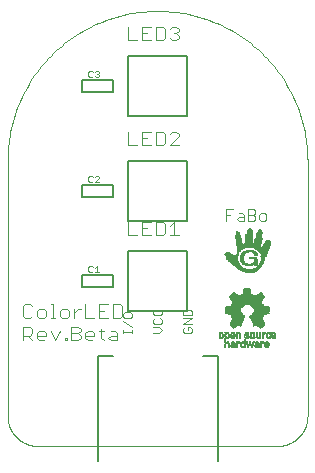
<source format=gto>
G75*
%MOIN*%
%OFA0B0*%
%FSLAX25Y25*%
%IPPOS*%
%LPD*%
%AMOC8*
5,1,8,0,0,1.08239X$1,22.5*
%
%ADD10C,0.00400*%
%ADD11C,0.00500*%
%ADD12C,0.00200*%
%ADD13C,0.00300*%
%ADD14C,0.00000*%
%ADD15R,0.00770X0.00035*%
%ADD16R,0.01400X0.00035*%
%ADD17R,0.01855X0.00035*%
%ADD18R,0.02170X0.00035*%
%ADD19R,0.02485X0.00035*%
%ADD20R,0.02765X0.00035*%
%ADD21R,0.02975X0.00035*%
%ADD22R,0.03220X0.00035*%
%ADD23R,0.03395X0.00035*%
%ADD24R,0.03605X0.00035*%
%ADD25R,0.03780X0.00035*%
%ADD26R,0.03955X0.00035*%
%ADD27R,0.04130X0.00035*%
%ADD28R,0.04270X0.00035*%
%ADD29R,0.04375X0.00035*%
%ADD30R,0.04550X0.00035*%
%ADD31R,0.04690X0.00035*%
%ADD32R,0.04865X0.00035*%
%ADD33R,0.04970X0.00035*%
%ADD34R,0.05110X0.00035*%
%ADD35R,0.05215X0.00035*%
%ADD36R,0.05355X0.00035*%
%ADD37R,0.05460X0.00035*%
%ADD38R,0.05600X0.00035*%
%ADD39R,0.05705X0.00035*%
%ADD40R,0.05810X0.00035*%
%ADD41R,0.05915X0.00035*%
%ADD42R,0.06055X0.00035*%
%ADD43R,0.06160X0.00035*%
%ADD44R,0.06265X0.00035*%
%ADD45R,0.06335X0.00035*%
%ADD46R,0.06440X0.00035*%
%ADD47R,0.06545X0.00035*%
%ADD48R,0.03080X0.00035*%
%ADD49R,0.02660X0.00035*%
%ADD50R,0.02870X0.00035*%
%ADD51R,0.02415X0.00035*%
%ADD52R,0.02730X0.00035*%
%ADD53R,0.02310X0.00035*%
%ADD54R,0.02695X0.00035*%
%ADD55R,0.02170X0.00035*%
%ADD56R,0.02590X0.00035*%
%ADD57R,0.02100X0.00035*%
%ADD58R,0.02520X0.00035*%
%ADD59R,0.02030X0.00035*%
%ADD60R,0.02450X0.00035*%
%ADD61R,0.01960X0.00035*%
%ADD62R,0.01890X0.00035*%
%ADD63R,0.02380X0.00035*%
%ADD64R,0.01785X0.00035*%
%ADD65R,0.01750X0.00035*%
%ADD66R,0.01715X0.00035*%
%ADD67R,0.02275X0.00035*%
%ADD68R,0.01645X0.00035*%
%ADD69R,0.02240X0.00035*%
%ADD70R,0.01610X0.00035*%
%ADD71R,0.02240X0.00035*%
%ADD72R,0.01575X0.00035*%
%ADD73R,0.01540X0.00035*%
%ADD74R,0.02205X0.00035*%
%ADD75R,0.01505X0.00035*%
%ADD76R,0.01470X0.00035*%
%ADD77R,0.01435X0.00035*%
%ADD78R,0.01365X0.00035*%
%ADD79R,0.01330X0.00035*%
%ADD80R,0.01295X0.00035*%
%ADD81R,0.01295X0.00035*%
%ADD82R,0.01260X0.00035*%
%ADD83R,0.01190X0.00035*%
%ADD84R,0.01225X0.00035*%
%ADD85R,0.00385X0.00035*%
%ADD86R,0.00980X0.00035*%
%ADD87R,0.01155X0.00035*%
%ADD88R,0.01645X0.00035*%
%ADD89R,0.01015X0.00035*%
%ADD90R,0.01050X0.00035*%
%ADD91R,0.02345X0.00035*%
%ADD92R,0.01085X0.00035*%
%ADD93R,0.02905X0.00035*%
%ADD94R,0.03045X0.00035*%
%ADD95R,0.01120X0.00035*%
%ADD96R,0.02345X0.00035*%
%ADD97R,0.03255X0.00035*%
%ADD98R,0.01120X0.00035*%
%ADD99R,0.03500X0.00035*%
%ADD100R,0.02415X0.00035*%
%ADD101R,0.03640X0.00035*%
%ADD102R,0.04900X0.00035*%
%ADD103R,0.04935X0.00035*%
%ADD104R,0.05005X0.00035*%
%ADD105R,0.01680X0.00035*%
%ADD106R,0.02065X0.00035*%
%ADD107R,0.02555X0.00035*%
%ADD108R,0.02590X0.00035*%
%ADD109R,0.02625X0.00035*%
%ADD110R,0.02695X0.00035*%
%ADD111R,0.01470X0.00035*%
%ADD112R,0.02765X0.00035*%
%ADD113R,0.02800X0.00035*%
%ADD114R,0.02835X0.00035*%
%ADD115R,0.01365X0.00035*%
%ADD116R,0.02940X0.00035*%
%ADD117R,0.03010X0.00035*%
%ADD118R,0.03045X0.00035*%
%ADD119R,0.03115X0.00035*%
%ADD120R,0.03150X0.00035*%
%ADD121R,0.03185X0.00035*%
%ADD122R,0.03220X0.00035*%
%ADD123R,0.01190X0.00035*%
%ADD124R,0.03290X0.00035*%
%ADD125R,0.03325X0.00035*%
%ADD126R,0.03360X0.00035*%
%ADD127R,0.03430X0.00035*%
%ADD128R,0.03465X0.00035*%
%ADD129R,0.03535X0.00035*%
%ADD130R,0.03570X0.00035*%
%ADD131R,0.03675X0.00035*%
%ADD132R,0.03710X0.00035*%
%ADD133R,0.03745X0.00035*%
%ADD134R,0.03815X0.00035*%
%ADD135R,0.03850X0.00035*%
%ADD136R,0.03885X0.00035*%
%ADD137R,0.03920X0.00035*%
%ADD138R,0.03990X0.00035*%
%ADD139R,0.04025X0.00035*%
%ADD140R,0.02870X0.00035*%
%ADD141R,0.04095X0.00035*%
%ADD142R,0.04165X0.00035*%
%ADD143R,0.04200X0.00035*%
%ADD144R,0.04235X0.00035*%
%ADD145R,0.04270X0.00035*%
%ADD146R,0.01820X0.00035*%
%ADD147R,0.04305X0.00035*%
%ADD148R,0.04340X0.00035*%
%ADD149R,0.01925X0.00035*%
%ADD150R,0.04410X0.00035*%
%ADD151R,0.00945X0.00035*%
%ADD152R,0.00875X0.00035*%
%ADD153R,0.00840X0.00035*%
%ADD154R,0.02135X0.00035*%
%ADD155R,0.00805X0.00035*%
%ADD156R,0.00735X0.00035*%
%ADD157R,0.01995X0.00035*%
%ADD158R,0.02520X0.00035*%
%ADD159R,0.01540X0.00035*%
%ADD160R,0.00770X0.00035*%
%ADD161R,0.00665X0.00035*%
%ADD162R,0.00420X0.00035*%
%ADD163R,0.00910X0.00035*%
%ADD164R,0.04060X0.00035*%
%ADD165R,0.01015X0.00035*%
%ADD166R,0.03115X0.00035*%
%ADD167R,0.03395X0.00035*%
%ADD168R,0.03745X0.00035*%
%ADD169R,0.04340X0.00035*%
%ADD170R,0.04480X0.00035*%
%ADD171R,0.02065X0.00035*%
%ADD172R,0.04515X0.00035*%
%ADD173R,0.04585X0.00035*%
%ADD174R,0.04760X0.00035*%
%ADD175R,0.04830X0.00035*%
%ADD176R,0.07805X0.00035*%
%ADD177R,0.07840X0.00035*%
%ADD178R,0.07875X0.00035*%
%ADD179R,0.07910X0.00035*%
%ADD180R,0.07945X0.00035*%
%ADD181R,0.07980X0.00035*%
%ADD182R,0.08015X0.00035*%
%ADD183R,0.08050X0.00035*%
%ADD184R,0.05635X0.00035*%
%ADD185R,0.01995X0.00035*%
%ADD186R,0.01890X0.00035*%
%ADD187R,0.01715X0.00035*%
%ADD188R,0.00945X0.00035*%
%ADD189R,0.00560X0.00035*%
%ADD190R,0.01820X0.00035*%
%ADD191R,0.00700X0.00035*%
%ADD192R,0.00630X0.00035*%
%ADD193R,0.00525X0.00035*%
%ADD194R,0.00175X0.00035*%
%ADD195R,0.00595X0.00035*%
%ADD196R,0.00490X0.00035*%
%ADD197R,0.00210X0.00035*%
%ADD198R,0.00490X0.00035*%
%ADD199R,0.00315X0.00035*%
%ADD200R,0.00520X0.00040*%
%ADD201R,0.00520X0.00040*%
%ADD202R,0.00760X0.00040*%
%ADD203R,0.00640X0.00040*%
%ADD204R,0.00440X0.00040*%
%ADD205R,0.00480X0.00040*%
%ADD206R,0.00520X0.00040*%
%ADD207R,0.00520X0.00040*%
%ADD208R,0.01400X0.00040*%
%ADD209R,0.00800X0.00040*%
%ADD210R,0.00480X0.00040*%
%ADD211R,0.00960X0.00040*%
%ADD212R,0.01440X0.00040*%
%ADD213R,0.01080X0.00040*%
%ADD214R,0.01520X0.00040*%
%ADD215R,0.01440X0.00040*%
%ADD216R,0.00560X0.00040*%
%ADD217R,0.01480X0.00040*%
%ADD218R,0.01200X0.00040*%
%ADD219R,0.01560X0.00040*%
%ADD220R,0.01320X0.00040*%
%ADD221R,0.01560X0.00040*%
%ADD222R,0.01520X0.00040*%
%ADD223R,0.00600X0.00040*%
%ADD224R,0.00560X0.00040*%
%ADD225R,0.01400X0.00040*%
%ADD226R,0.01600X0.00040*%
%ADD227R,0.00600X0.00040*%
%ADD228R,0.00640X0.00040*%
%ADD229R,0.01640X0.00040*%
%ADD230R,0.00680X0.00040*%
%ADD231R,0.01680X0.00040*%
%ADD232R,0.01680X0.00040*%
%ADD233R,0.01640X0.00040*%
%ADD234R,0.00720X0.00040*%
%ADD235R,0.01480X0.00040*%
%ADD236R,0.00760X0.00040*%
%ADD237R,0.00720X0.00040*%
%ADD238R,0.00640X0.00040*%
%ADD239R,0.00360X0.00040*%
%ADD240R,0.00240X0.00040*%
%ADD241R,0.00160X0.00040*%
%ADD242R,0.00840X0.00040*%
%ADD243R,0.00080X0.00040*%
%ADD244R,0.00880X0.00040*%
%ADD245R,0.00920X0.00040*%
%ADD246R,0.00960X0.00040*%
%ADD247R,0.01640X0.00040*%
%ADD248R,0.01760X0.00040*%
%ADD249R,0.00440X0.00040*%
%ADD250R,0.01000X0.00040*%
%ADD251R,0.01760X0.00040*%
%ADD252R,0.00440X0.00040*%
%ADD253R,0.01320X0.00040*%
%ADD254R,0.01200X0.00040*%
%ADD255R,0.00920X0.00040*%
%ADD256R,0.00840X0.00040*%
%ADD257R,0.00800X0.00040*%
%ADD258R,0.00080X0.00040*%
%ADD259R,0.00120X0.00040*%
%ADD260R,0.00240X0.00040*%
%ADD261R,0.00720X0.00040*%
%ADD262R,0.00200X0.00040*%
%ADD263R,0.00400X0.00040*%
%ADD264R,0.01240X0.00040*%
%ADD265R,0.01640X0.00040*%
%ADD266R,0.01440X0.00040*%
%ADD267R,0.01280X0.00040*%
%ADD268R,0.01520X0.00040*%
%ADD269R,0.01280X0.00040*%
%ADD270R,0.01520X0.00040*%
%ADD271R,0.01360X0.00040*%
%ADD272R,0.01440X0.00040*%
%ADD273R,0.01240X0.00040*%
%ADD274R,0.01120X0.00040*%
%ADD275R,0.01240X0.00040*%
%ADD276R,0.01040X0.00040*%
%ADD277R,0.00840X0.00040*%
%ADD278R,0.00440X0.00040*%
%ADD279R,0.00400X0.00040*%
%ADD280R,0.00320X0.00040*%
%ADD281R,0.00920X0.00040*%
%ADD282R,0.01040X0.00040*%
%ADD283R,0.01000X0.00040*%
%ADD284R,0.01080X0.00040*%
%ADD285R,0.01160X0.00040*%
%ADD286R,0.01040X0.00040*%
%ADD287R,0.01160X0.00040*%
%ADD288R,0.01600X0.00040*%
%ADD289R,0.01720X0.00040*%
%ADD290R,0.01720X0.00040*%
%ADD291R,0.00640X0.00040*%
%ADD292R,0.00680X0.00040*%
%ADD293R,0.00360X0.00040*%
%ADD294R,0.00280X0.00040*%
%ADD295R,0.00120X0.00040*%
%ADD296R,0.00040X0.00040*%
%ADD297R,0.00040X0.00040*%
%ADD298R,0.01320X0.00040*%
%ADD299R,0.00280X0.00040*%
%ADD300R,0.00320X0.00040*%
%ADD301R,0.01320X0.00040*%
%ADD302R,0.01120X0.00040*%
%ADD303R,0.01120X0.00040*%
%ADD304R,0.01800X0.00040*%
%ADD305R,0.01920X0.00040*%
%ADD306R,0.01920X0.00040*%
%ADD307R,0.02000X0.00040*%
%ADD308R,0.02120X0.00040*%
%ADD309R,0.02200X0.00040*%
%ADD310R,0.02320X0.00040*%
%ADD311R,0.02400X0.00040*%
%ADD312R,0.02520X0.00040*%
%ADD313R,0.02600X0.00040*%
%ADD314R,0.00880X0.00040*%
%ADD315R,0.03680X0.00040*%
%ADD316R,0.03720X0.00040*%
%ADD317R,0.03800X0.00040*%
%ADD318R,0.03840X0.00040*%
%ADD319R,0.03840X0.00040*%
%ADD320R,0.03920X0.00040*%
%ADD321R,0.03960X0.00040*%
%ADD322R,0.04000X0.00040*%
%ADD323R,0.04080X0.00040*%
%ADD324R,0.04120X0.00040*%
%ADD325R,0.04160X0.00040*%
%ADD326R,0.04200X0.00040*%
%ADD327R,0.04200X0.00040*%
%ADD328R,0.04160X0.00040*%
%ADD329R,0.04120X0.00040*%
%ADD330R,0.04080X0.00040*%
%ADD331R,0.04040X0.00040*%
%ADD332R,0.04040X0.00040*%
%ADD333R,0.04040X0.00040*%
%ADD334R,0.04040X0.00040*%
%ADD335R,0.03960X0.00040*%
%ADD336R,0.03920X0.00040*%
%ADD337R,0.03920X0.00040*%
%ADD338R,0.03880X0.00040*%
%ADD339R,0.03920X0.00040*%
%ADD340R,0.03880X0.00040*%
%ADD341R,0.03800X0.00040*%
%ADD342R,0.04240X0.00040*%
%ADD343R,0.04240X0.00040*%
%ADD344R,0.04280X0.00040*%
%ADD345R,0.04360X0.00040*%
%ADD346R,0.04400X0.00040*%
%ADD347R,0.04440X0.00040*%
%ADD348R,0.04520X0.00040*%
%ADD349R,0.04520X0.00040*%
%ADD350R,0.04520X0.00040*%
%ADD351R,0.04520X0.00040*%
%ADD352R,0.04480X0.00040*%
%ADD353R,0.04440X0.00040*%
%ADD354R,0.04400X0.00040*%
%ADD355R,0.04360X0.00040*%
%ADD356R,0.04320X0.00040*%
%ADD357R,0.04240X0.00040*%
%ADD358R,0.04320X0.00040*%
%ADD359R,0.04320X0.00040*%
%ADD360R,0.04560X0.00040*%
%ADD361R,0.04720X0.00040*%
%ADD362R,0.04920X0.00040*%
%ADD363R,0.04920X0.00040*%
%ADD364R,0.05080X0.00040*%
%ADD365R,0.05240X0.00040*%
%ADD366R,0.05240X0.00040*%
%ADD367R,0.05480X0.00040*%
%ADD368R,0.05640X0.00040*%
%ADD369R,0.05640X0.00040*%
%ADD370R,0.05680X0.00040*%
%ADD371R,0.05640X0.00040*%
%ADD372R,0.05600X0.00040*%
%ADD373R,0.05600X0.00040*%
%ADD374R,0.05560X0.00040*%
%ADD375R,0.05520X0.00040*%
%ADD376R,0.05520X0.00040*%
%ADD377R,0.05480X0.00040*%
%ADD378R,0.05440X0.00040*%
%ADD379R,0.05440X0.00040*%
%ADD380R,0.05560X0.00040*%
%ADD381R,0.05680X0.00040*%
%ADD382R,0.05440X0.00040*%
%ADD383R,0.05280X0.00040*%
%ADD384R,0.04920X0.00040*%
%ADD385R,0.04600X0.00040*%
%ADD386R,0.04840X0.00040*%
%ADD387R,0.10440X0.00040*%
%ADD388R,0.10360X0.00040*%
%ADD389R,0.10360X0.00040*%
%ADD390R,0.10280X0.00040*%
%ADD391R,0.10200X0.00040*%
%ADD392R,0.10200X0.00040*%
%ADD393R,0.10120X0.00040*%
%ADD394R,0.10040X0.00040*%
%ADD395R,0.10040X0.00040*%
%ADD396R,0.09960X0.00040*%
%ADD397R,0.09880X0.00040*%
%ADD398R,0.09880X0.00040*%
%ADD399R,0.09800X0.00040*%
%ADD400R,0.09720X0.00040*%
%ADD401R,0.09720X0.00040*%
%ADD402R,0.10280X0.00040*%
%ADD403R,0.10520X0.00040*%
%ADD404R,0.10520X0.00040*%
%ADD405R,0.10600X0.00040*%
%ADD406R,0.10680X0.00040*%
%ADD407R,0.10760X0.00040*%
%ADD408R,0.10840X0.00040*%
%ADD409R,0.10920X0.00040*%
%ADD410R,0.11000X0.00040*%
%ADD411R,0.11080X0.00040*%
%ADD412R,0.11080X0.00040*%
%ADD413R,0.11160X0.00040*%
%ADD414R,0.11240X0.00040*%
%ADD415R,0.11320X0.00040*%
%ADD416R,0.11400X0.00040*%
%ADD417R,0.11400X0.00040*%
%ADD418R,0.11480X0.00040*%
%ADD419R,0.11560X0.00040*%
%ADD420R,0.11640X0.00040*%
%ADD421R,0.11640X0.00040*%
%ADD422R,0.11720X0.00040*%
%ADD423R,0.11800X0.00040*%
%ADD424R,0.11880X0.00040*%
%ADD425R,0.11880X0.00040*%
%ADD426R,0.11960X0.00040*%
%ADD427R,0.11720X0.00040*%
%ADD428R,0.11320X0.00040*%
%ADD429R,0.02760X0.00040*%
%ADD430R,0.05400X0.00040*%
%ADD431R,0.02640X0.00040*%
%ADD432R,0.05160X0.00040*%
%ADD433R,0.02560X0.00040*%
%ADD434R,0.05000X0.00040*%
%ADD435R,0.02440X0.00040*%
%ADD436R,0.04760X0.00040*%
%ADD437R,0.02440X0.00040*%
%ADD438R,0.02360X0.00040*%
%ADD439R,0.04600X0.00040*%
%ADD440R,0.02280X0.00040*%
%ADD441R,0.02240X0.00040*%
%ADD442R,0.02160X0.00040*%
%ADD443R,0.02080X0.00040*%
%ADD444R,0.01960X0.00040*%
%ADD445R,0.01880X0.00040*%
%ADD446R,0.03640X0.00040*%
%ADD447R,0.03400X0.00040*%
%ADD448R,0.03240X0.00040*%
%ADD449R,0.03000X0.00040*%
%ADD450R,0.02920X0.00040*%
%ADD451R,0.01360X0.00040*%
%ADD452R,0.02840X0.00040*%
%ADD453R,0.02840X0.00040*%
%ADD454R,0.02760X0.00040*%
%ADD455R,0.02680X0.00040*%
%ADD456R,0.02680X0.00040*%
%ADD457R,0.02600X0.00040*%
%ADD458R,0.02520X0.00040*%
%ADD459R,0.02520X0.00040*%
%ADD460R,0.02440X0.00040*%
%ADD461R,0.02360X0.00040*%
%ADD462R,0.02280X0.00040*%
%ADD463R,0.02200X0.00040*%
%ADD464R,0.02120X0.00040*%
D10*
X0007000Y0059206D02*
X0007000Y0063810D01*
X0009302Y0063810D01*
X0010069Y0063043D01*
X0010069Y0061508D01*
X0009302Y0060741D01*
X0007000Y0060741D01*
X0008535Y0060741D02*
X0010069Y0059206D01*
X0011604Y0059973D02*
X0011604Y0061508D01*
X0012371Y0062275D01*
X0013906Y0062275D01*
X0014673Y0061508D01*
X0014673Y0060741D01*
X0011604Y0060741D01*
X0011604Y0059973D02*
X0012371Y0059206D01*
X0013906Y0059206D01*
X0016208Y0062275D02*
X0017742Y0059206D01*
X0019277Y0062275D01*
X0020812Y0059973D02*
X0020812Y0059206D01*
X0021579Y0059206D01*
X0021579Y0059973D01*
X0020812Y0059973D01*
X0023114Y0059206D02*
X0023114Y0063810D01*
X0025416Y0063810D01*
X0026183Y0063043D01*
X0026183Y0062275D01*
X0025416Y0061508D01*
X0023114Y0061508D01*
X0025416Y0061508D02*
X0026183Y0060741D01*
X0026183Y0059973D01*
X0025416Y0059206D01*
X0023114Y0059206D01*
X0027718Y0059973D02*
X0027718Y0061508D01*
X0028485Y0062275D01*
X0030020Y0062275D01*
X0030787Y0061508D01*
X0030787Y0060741D01*
X0027718Y0060741D01*
X0027718Y0059973D02*
X0028485Y0059206D01*
X0030020Y0059206D01*
X0033089Y0059973D02*
X0033856Y0059206D01*
X0033089Y0059973D02*
X0033089Y0063043D01*
X0032322Y0062275D02*
X0033856Y0062275D01*
X0036158Y0062275D02*
X0037693Y0062275D01*
X0038460Y0061508D01*
X0038460Y0059206D01*
X0036158Y0059206D01*
X0035391Y0059973D01*
X0036158Y0060741D01*
X0038460Y0060741D01*
X0039227Y0066706D02*
X0036926Y0066706D01*
X0036926Y0071310D01*
X0039227Y0071310D01*
X0039995Y0070543D01*
X0039995Y0067473D01*
X0039227Y0066706D01*
X0035391Y0066706D02*
X0032322Y0066706D01*
X0032322Y0071310D01*
X0035391Y0071310D01*
X0033856Y0069008D02*
X0032322Y0069008D01*
X0030787Y0066706D02*
X0027718Y0066706D01*
X0027718Y0071310D01*
X0026183Y0069775D02*
X0025416Y0069775D01*
X0023881Y0068241D01*
X0023881Y0069775D02*
X0023881Y0066706D01*
X0022346Y0067473D02*
X0022346Y0069008D01*
X0021579Y0069775D01*
X0020044Y0069775D01*
X0019277Y0069008D01*
X0019277Y0067473D01*
X0020044Y0066706D01*
X0021579Y0066706D01*
X0022346Y0067473D01*
X0017742Y0066706D02*
X0016208Y0066706D01*
X0016975Y0066706D02*
X0016975Y0071310D01*
X0016208Y0071310D01*
X0014673Y0069008D02*
X0013906Y0069775D01*
X0012371Y0069775D01*
X0011604Y0069008D01*
X0011604Y0067473D01*
X0012371Y0066706D01*
X0013906Y0066706D01*
X0014673Y0067473D01*
X0014673Y0069008D01*
X0010069Y0070543D02*
X0009302Y0071310D01*
X0007767Y0071310D01*
X0007000Y0070543D01*
X0007000Y0067473D01*
X0007767Y0066706D01*
X0009302Y0066706D01*
X0010069Y0067473D01*
X0042000Y0094206D02*
X0045069Y0094206D01*
X0046604Y0094206D02*
X0049673Y0094206D01*
X0048139Y0096508D02*
X0046604Y0096508D01*
X0046604Y0098810D02*
X0046604Y0094206D01*
X0046604Y0098810D02*
X0049673Y0098810D01*
X0051208Y0098810D02*
X0051208Y0094206D01*
X0053510Y0094206D01*
X0054277Y0094973D01*
X0054277Y0098043D01*
X0053510Y0098810D01*
X0051208Y0098810D01*
X0055812Y0097275D02*
X0057346Y0098810D01*
X0057346Y0094206D01*
X0055812Y0094206D02*
X0058881Y0094206D01*
X0042000Y0094206D02*
X0042000Y0098810D01*
X0042000Y0124206D02*
X0045069Y0124206D01*
X0046604Y0124206D02*
X0049673Y0124206D01*
X0051208Y0124206D02*
X0053510Y0124206D01*
X0054277Y0124973D01*
X0054277Y0128043D01*
X0053510Y0128810D01*
X0051208Y0128810D01*
X0051208Y0124206D01*
X0048139Y0126508D02*
X0046604Y0126508D01*
X0046604Y0128810D02*
X0046604Y0124206D01*
X0046604Y0128810D02*
X0049673Y0128810D01*
X0055812Y0128043D02*
X0056579Y0128810D01*
X0058114Y0128810D01*
X0058881Y0128043D01*
X0058881Y0127275D01*
X0055812Y0124206D01*
X0058881Y0124206D01*
X0042000Y0124206D02*
X0042000Y0128810D01*
X0042000Y0159206D02*
X0045069Y0159206D01*
X0046604Y0159206D02*
X0049673Y0159206D01*
X0048139Y0161508D02*
X0046604Y0161508D01*
X0046604Y0163810D02*
X0046604Y0159206D01*
X0046604Y0163810D02*
X0049673Y0163810D01*
X0051208Y0163810D02*
X0051208Y0159206D01*
X0053510Y0159206D01*
X0054277Y0159973D01*
X0054277Y0163043D01*
X0053510Y0163810D01*
X0051208Y0163810D01*
X0055812Y0163043D02*
X0056579Y0163810D01*
X0058114Y0163810D01*
X0058881Y0163043D01*
X0058881Y0162275D01*
X0058114Y0161508D01*
X0058881Y0160741D01*
X0058881Y0159973D01*
X0058114Y0159206D01*
X0056579Y0159206D01*
X0055812Y0159973D01*
X0057346Y0161508D02*
X0058114Y0161508D01*
X0042000Y0163810D02*
X0042000Y0159206D01*
D11*
X0041957Y0153848D02*
X0041957Y0134163D01*
X0061643Y0134163D01*
X0061643Y0153848D01*
X0041957Y0153848D01*
X0036918Y0145974D02*
X0026682Y0145974D01*
X0026682Y0142037D01*
X0027076Y0142037D02*
X0036918Y0142037D01*
X0036918Y0145974D01*
X0041957Y0118848D02*
X0041957Y0099163D01*
X0061643Y0099163D01*
X0061643Y0118848D01*
X0041957Y0118848D01*
X0036918Y0110974D02*
X0026682Y0110974D01*
X0026682Y0107037D01*
X0027076Y0107037D02*
X0036918Y0107037D01*
X0036918Y0110974D01*
X0041957Y0088848D02*
X0041957Y0069163D01*
X0061643Y0069163D01*
X0061643Y0088848D01*
X0041957Y0088848D01*
X0036918Y0080974D02*
X0026682Y0080974D01*
X0026682Y0077037D01*
X0027076Y0077037D02*
X0036918Y0077037D01*
X0036918Y0080974D01*
X0036800Y0054006D02*
X0031800Y0054006D01*
X0031800Y0019006D01*
X0066800Y0054006D02*
X0071800Y0054006D01*
X0071800Y0019006D01*
D12*
X0032460Y0081862D02*
X0030992Y0081862D01*
X0031726Y0081862D02*
X0031726Y0084064D01*
X0030992Y0083330D01*
X0030250Y0083697D02*
X0029883Y0084064D01*
X0029149Y0084064D01*
X0028782Y0083697D01*
X0028782Y0082229D01*
X0029149Y0081862D01*
X0029883Y0081862D01*
X0030250Y0082229D01*
X0029883Y0111862D02*
X0030250Y0112229D01*
X0029883Y0111862D02*
X0029149Y0111862D01*
X0028782Y0112229D01*
X0028782Y0113697D01*
X0029149Y0114064D01*
X0029883Y0114064D01*
X0030250Y0113697D01*
X0030992Y0113697D02*
X0031359Y0114064D01*
X0032093Y0114064D01*
X0032460Y0113697D01*
X0032460Y0113330D01*
X0030992Y0111862D01*
X0032460Y0111862D01*
X0032093Y0146862D02*
X0031359Y0146862D01*
X0030992Y0147229D01*
X0030250Y0147229D02*
X0029883Y0146862D01*
X0029149Y0146862D01*
X0028782Y0147229D01*
X0028782Y0148697D01*
X0029149Y0149064D01*
X0029883Y0149064D01*
X0030250Y0148697D01*
X0030992Y0148697D02*
X0031359Y0149064D01*
X0032093Y0149064D01*
X0032460Y0148697D01*
X0032460Y0148330D01*
X0032093Y0147963D01*
X0032460Y0147596D01*
X0032460Y0147229D01*
X0032093Y0146862D01*
X0032093Y0147963D02*
X0031726Y0147963D01*
D13*
X0074584Y0102859D02*
X0074584Y0099156D01*
X0074584Y0101007D02*
X0075818Y0101007D01*
X0074584Y0102859D02*
X0077052Y0102859D01*
X0078884Y0101625D02*
X0080118Y0101625D01*
X0080736Y0101007D01*
X0080736Y0099156D01*
X0078884Y0099156D01*
X0078267Y0099773D01*
X0078884Y0100390D01*
X0080736Y0100390D01*
X0081950Y0101007D02*
X0083802Y0101007D01*
X0084419Y0100390D01*
X0084419Y0099773D01*
X0083802Y0099156D01*
X0081950Y0099156D01*
X0081950Y0102859D01*
X0083802Y0102859D01*
X0084419Y0102242D01*
X0084419Y0101625D01*
X0083802Y0101007D01*
X0085633Y0101007D02*
X0085633Y0099773D01*
X0086250Y0099156D01*
X0087485Y0099156D01*
X0088102Y0099773D01*
X0088102Y0101007D01*
X0087485Y0101625D01*
X0086250Y0101625D01*
X0085633Y0101007D01*
X0062766Y0069484D02*
X0063250Y0069000D01*
X0063250Y0067549D01*
X0060348Y0067549D01*
X0060348Y0069000D01*
X0060831Y0069484D01*
X0062766Y0069484D01*
X0063250Y0066537D02*
X0060348Y0066537D01*
X0060348Y0064602D02*
X0063250Y0066537D01*
X0063250Y0064602D02*
X0060348Y0064602D01*
X0060831Y0063591D02*
X0060348Y0063107D01*
X0060348Y0062140D01*
X0060831Y0061656D01*
X0062766Y0061656D01*
X0063250Y0062140D01*
X0063250Y0063107D01*
X0062766Y0063591D01*
X0061799Y0063591D01*
X0061799Y0062623D01*
X0053250Y0062623D02*
X0052283Y0063591D01*
X0050348Y0063591D01*
X0050831Y0064602D02*
X0050348Y0065086D01*
X0050348Y0066054D01*
X0050831Y0066537D01*
X0050831Y0067549D02*
X0050348Y0068033D01*
X0050348Y0069000D01*
X0050831Y0069484D01*
X0050831Y0067549D02*
X0052766Y0067549D01*
X0053250Y0068033D01*
X0053250Y0069000D01*
X0052766Y0069484D01*
X0052766Y0066537D02*
X0053250Y0066054D01*
X0053250Y0065086D01*
X0052766Y0064602D01*
X0050831Y0064602D01*
X0050348Y0061656D02*
X0052283Y0061656D01*
X0053250Y0062623D01*
X0043250Y0062623D02*
X0043250Y0061656D01*
X0043250Y0062140D02*
X0040348Y0062140D01*
X0040348Y0062623D02*
X0040348Y0061656D01*
X0043250Y0063620D02*
X0040348Y0065555D01*
X0040831Y0066567D02*
X0040348Y0067051D01*
X0040348Y0068018D01*
X0040831Y0068502D01*
X0042766Y0068502D01*
X0043250Y0068018D01*
X0043250Y0067051D01*
X0042766Y0066567D01*
X0040831Y0066567D01*
D14*
X0011800Y0024006D02*
X0091800Y0024006D01*
X0092042Y0024009D01*
X0092283Y0024018D01*
X0092524Y0024032D01*
X0092765Y0024053D01*
X0093005Y0024079D01*
X0093245Y0024111D01*
X0093484Y0024149D01*
X0093721Y0024192D01*
X0093958Y0024242D01*
X0094193Y0024297D01*
X0094427Y0024357D01*
X0094659Y0024424D01*
X0094890Y0024495D01*
X0095119Y0024573D01*
X0095346Y0024656D01*
X0095571Y0024744D01*
X0095794Y0024838D01*
X0096014Y0024937D01*
X0096232Y0025042D01*
X0096447Y0025151D01*
X0096660Y0025266D01*
X0096870Y0025386D01*
X0097076Y0025511D01*
X0097280Y0025641D01*
X0097481Y0025776D01*
X0097678Y0025916D01*
X0097872Y0026060D01*
X0098062Y0026209D01*
X0098248Y0026363D01*
X0098431Y0026521D01*
X0098610Y0026683D01*
X0098785Y0026850D01*
X0098956Y0027021D01*
X0099123Y0027196D01*
X0099285Y0027375D01*
X0099443Y0027558D01*
X0099597Y0027744D01*
X0099746Y0027934D01*
X0099890Y0028128D01*
X0100030Y0028325D01*
X0100165Y0028526D01*
X0100295Y0028730D01*
X0100420Y0028936D01*
X0100540Y0029146D01*
X0100655Y0029359D01*
X0100764Y0029574D01*
X0100869Y0029792D01*
X0100968Y0030012D01*
X0101062Y0030235D01*
X0101150Y0030460D01*
X0101233Y0030687D01*
X0101311Y0030916D01*
X0101382Y0031147D01*
X0101449Y0031379D01*
X0101509Y0031613D01*
X0101564Y0031848D01*
X0101614Y0032085D01*
X0101657Y0032322D01*
X0101695Y0032561D01*
X0101727Y0032801D01*
X0101753Y0033041D01*
X0101774Y0033282D01*
X0101788Y0033523D01*
X0101797Y0033764D01*
X0101800Y0034006D01*
X0101800Y0119006D01*
X0101785Y0120224D01*
X0101741Y0121440D01*
X0101667Y0122656D01*
X0101563Y0123869D01*
X0101430Y0125079D01*
X0101267Y0126286D01*
X0101075Y0127488D01*
X0100854Y0128686D01*
X0100604Y0129878D01*
X0100325Y0131063D01*
X0100017Y0132241D01*
X0099680Y0133411D01*
X0099315Y0134573D01*
X0098922Y0135725D01*
X0098501Y0136868D01*
X0098052Y0137999D01*
X0097576Y0139120D01*
X0097072Y0140229D01*
X0096542Y0141325D01*
X0095985Y0142408D01*
X0095402Y0143477D01*
X0094794Y0144531D01*
X0094159Y0145571D01*
X0093500Y0146594D01*
X0092816Y0147602D01*
X0092107Y0148592D01*
X0091375Y0149565D01*
X0090619Y0150519D01*
X0089840Y0151455D01*
X0089039Y0152372D01*
X0088215Y0153269D01*
X0087370Y0154145D01*
X0086504Y0155001D01*
X0085617Y0155836D01*
X0084710Y0156648D01*
X0083784Y0157438D01*
X0082838Y0158206D01*
X0081875Y0158950D01*
X0080893Y0159670D01*
X0079894Y0160367D01*
X0078879Y0161039D01*
X0077847Y0161686D01*
X0076800Y0162307D01*
X0075738Y0162903D01*
X0074662Y0163473D01*
X0073573Y0164017D01*
X0072470Y0164533D01*
X0071355Y0165023D01*
X0070229Y0165486D01*
X0069092Y0165921D01*
X0067944Y0166328D01*
X0066787Y0166707D01*
X0065621Y0167058D01*
X0064447Y0167380D01*
X0063265Y0167674D01*
X0062076Y0167939D01*
X0060882Y0168174D01*
X0059682Y0168381D01*
X0058477Y0168558D01*
X0057269Y0168706D01*
X0056057Y0168824D01*
X0054842Y0168913D01*
X0053626Y0168973D01*
X0052409Y0169002D01*
X0051191Y0169002D01*
X0049974Y0168973D01*
X0048758Y0168913D01*
X0047543Y0168824D01*
X0046331Y0168706D01*
X0045123Y0168558D01*
X0043918Y0168381D01*
X0042718Y0168174D01*
X0041524Y0167939D01*
X0040335Y0167674D01*
X0039153Y0167380D01*
X0037979Y0167058D01*
X0036813Y0166707D01*
X0035656Y0166328D01*
X0034508Y0165921D01*
X0033371Y0165486D01*
X0032245Y0165023D01*
X0031130Y0164533D01*
X0030027Y0164017D01*
X0028938Y0163473D01*
X0027862Y0162903D01*
X0026800Y0162307D01*
X0025753Y0161686D01*
X0024721Y0161039D01*
X0023706Y0160367D01*
X0022707Y0159670D01*
X0021725Y0158950D01*
X0020762Y0158206D01*
X0019816Y0157438D01*
X0018890Y0156648D01*
X0017983Y0155836D01*
X0017096Y0155001D01*
X0016230Y0154145D01*
X0015385Y0153269D01*
X0014561Y0152372D01*
X0013760Y0151455D01*
X0012981Y0150519D01*
X0012225Y0149565D01*
X0011493Y0148592D01*
X0010784Y0147602D01*
X0010100Y0146594D01*
X0009441Y0145571D01*
X0008806Y0144531D01*
X0008198Y0143477D01*
X0007615Y0142408D01*
X0007058Y0141325D01*
X0006528Y0140229D01*
X0006024Y0139120D01*
X0005548Y0137999D01*
X0005099Y0136868D01*
X0004678Y0135725D01*
X0004285Y0134573D01*
X0003920Y0133411D01*
X0003583Y0132241D01*
X0003275Y0131063D01*
X0002996Y0129878D01*
X0002746Y0128686D01*
X0002525Y0127488D01*
X0002333Y0126286D01*
X0002170Y0125079D01*
X0002037Y0123869D01*
X0001933Y0122656D01*
X0001859Y0121440D01*
X0001815Y0120224D01*
X0001800Y0119006D01*
X0001800Y0034006D01*
X0001803Y0033764D01*
X0001812Y0033523D01*
X0001826Y0033282D01*
X0001847Y0033041D01*
X0001873Y0032801D01*
X0001905Y0032561D01*
X0001943Y0032322D01*
X0001986Y0032085D01*
X0002036Y0031848D01*
X0002091Y0031613D01*
X0002151Y0031379D01*
X0002218Y0031147D01*
X0002289Y0030916D01*
X0002367Y0030687D01*
X0002450Y0030460D01*
X0002538Y0030235D01*
X0002632Y0030012D01*
X0002731Y0029792D01*
X0002836Y0029574D01*
X0002945Y0029359D01*
X0003060Y0029146D01*
X0003180Y0028936D01*
X0003305Y0028730D01*
X0003435Y0028526D01*
X0003570Y0028325D01*
X0003710Y0028128D01*
X0003854Y0027934D01*
X0004003Y0027744D01*
X0004157Y0027558D01*
X0004315Y0027375D01*
X0004477Y0027196D01*
X0004644Y0027021D01*
X0004815Y0026850D01*
X0004990Y0026683D01*
X0005169Y0026521D01*
X0005352Y0026363D01*
X0005538Y0026209D01*
X0005728Y0026060D01*
X0005922Y0025916D01*
X0006119Y0025776D01*
X0006320Y0025641D01*
X0006524Y0025511D01*
X0006730Y0025386D01*
X0006940Y0025266D01*
X0007153Y0025151D01*
X0007368Y0025042D01*
X0007586Y0024937D01*
X0007806Y0024838D01*
X0008029Y0024744D01*
X0008254Y0024656D01*
X0008481Y0024573D01*
X0008710Y0024495D01*
X0008941Y0024424D01*
X0009173Y0024357D01*
X0009407Y0024297D01*
X0009642Y0024242D01*
X0009879Y0024192D01*
X0010116Y0024149D01*
X0010355Y0024111D01*
X0010595Y0024079D01*
X0010835Y0024053D01*
X0011076Y0024032D01*
X0011317Y0024018D01*
X0011558Y0024009D01*
X0011800Y0024006D01*
D15*
X0078377Y0087631D03*
X0078413Y0087666D03*
X0078413Y0087701D03*
X0078448Y0087736D03*
X0078588Y0088051D03*
X0078623Y0088121D03*
X0078448Y0095086D03*
X0085973Y0095856D03*
X0082577Y0081506D03*
D16*
X0082577Y0081541D03*
X0084502Y0084936D03*
X0085588Y0083466D03*
X0085552Y0083431D03*
X0085517Y0083396D03*
X0086987Y0086161D03*
X0086987Y0086196D03*
X0086987Y0086231D03*
X0087023Y0086266D03*
X0087023Y0086301D03*
X0084117Y0088331D03*
X0080513Y0087981D03*
X0080477Y0087946D03*
X0080408Y0087841D03*
X0080373Y0087806D03*
X0080338Y0087736D03*
X0080302Y0087701D03*
X0080267Y0087631D03*
X0079077Y0089066D03*
X0080338Y0084971D03*
X0080373Y0084936D03*
X0075263Y0088156D03*
X0078552Y0094491D03*
X0082577Y0095821D03*
X0085902Y0095366D03*
D17*
X0085815Y0094771D03*
X0085815Y0094736D03*
X0082560Y0095261D03*
X0082560Y0095296D03*
X0079305Y0089416D03*
X0081335Y0088506D03*
X0081020Y0084481D03*
X0082560Y0081576D03*
X0084940Y0082941D03*
X0084275Y0084621D03*
X0087145Y0087141D03*
X0087145Y0087176D03*
X0078710Y0093546D03*
X0078710Y0093581D03*
X0078710Y0093616D03*
X0075315Y0087911D03*
D18*
X0079427Y0089591D03*
X0079077Y0091656D03*
X0078973Y0092076D03*
X0078973Y0092111D03*
X0081248Y0084446D03*
X0078798Y0083536D03*
X0082577Y0081611D03*
X0087162Y0087631D03*
X0085063Y0089766D03*
D19*
X0087145Y0088016D03*
X0088055Y0090326D03*
X0088055Y0090361D03*
X0088090Y0090396D03*
X0082385Y0093441D03*
X0082385Y0093476D03*
X0082385Y0093511D03*
X0082385Y0093546D03*
X0082385Y0093581D03*
X0079585Y0089731D03*
X0077800Y0084516D03*
X0077835Y0084481D03*
X0082210Y0084061D03*
X0082560Y0081646D03*
D20*
X0082560Y0081681D03*
X0083820Y0084446D03*
X0087110Y0088296D03*
X0082245Y0091901D03*
X0082245Y0091936D03*
X0082245Y0091971D03*
X0082245Y0092006D03*
X0082245Y0092041D03*
X0082245Y0092076D03*
X0077485Y0084901D03*
X0075665Y0087386D03*
D21*
X0079795Y0089906D03*
X0082210Y0091201D03*
X0082210Y0091236D03*
X0082210Y0091271D03*
X0082210Y0091306D03*
X0082560Y0081716D03*
D22*
X0082542Y0081751D03*
X0087057Y0088681D03*
D23*
X0082210Y0084236D03*
X0082525Y0081786D03*
X0076925Y0085741D03*
D24*
X0076785Y0085986D03*
X0082525Y0081821D03*
X0086970Y0088961D03*
D25*
X0086917Y0089101D03*
X0082507Y0081856D03*
X0076663Y0086266D03*
D26*
X0076575Y0086511D03*
X0076575Y0086546D03*
X0082525Y0081891D03*
X0086865Y0089206D03*
D27*
X0082542Y0088541D03*
X0082507Y0081926D03*
X0076523Y0086756D03*
X0076523Y0086791D03*
X0076523Y0086826D03*
D28*
X0082507Y0081961D03*
D29*
X0082490Y0081996D03*
X0086760Y0089451D03*
X0076470Y0087281D03*
D30*
X0082473Y0082031D03*
D31*
X0082472Y0082066D03*
X0086672Y0089591D03*
D32*
X0082455Y0082101D03*
D33*
X0082438Y0082136D03*
D34*
X0082438Y0082171D03*
D35*
X0082420Y0082206D03*
D36*
X0082420Y0082241D03*
D37*
X0082402Y0082276D03*
D38*
X0082402Y0082311D03*
X0083417Y0090711D03*
X0083417Y0090746D03*
X0083452Y0090851D03*
D39*
X0082385Y0082346D03*
D40*
X0082367Y0082381D03*
D41*
X0082350Y0082416D03*
D42*
X0082350Y0082451D03*
D43*
X0082332Y0082486D03*
D44*
X0082315Y0082521D03*
D45*
X0082315Y0082556D03*
D46*
X0082297Y0082591D03*
D47*
X0082280Y0082626D03*
D48*
X0080477Y0082661D03*
X0077152Y0085356D03*
X0082227Y0090991D03*
X0087057Y0088576D03*
D49*
X0087127Y0088191D03*
X0087792Y0089906D03*
X0087827Y0089941D03*
X0084782Y0089941D03*
X0082297Y0092496D03*
X0082297Y0092531D03*
X0082297Y0092566D03*
X0082297Y0092601D03*
X0082297Y0092636D03*
X0082297Y0092671D03*
X0077538Y0084831D03*
X0077572Y0084796D03*
X0075613Y0087421D03*
X0084257Y0082661D03*
D50*
X0080338Y0082696D03*
X0077363Y0085076D03*
X0077327Y0085111D03*
X0082227Y0091516D03*
X0082227Y0091551D03*
X0082227Y0091586D03*
X0082227Y0091621D03*
X0082227Y0091656D03*
D51*
X0082420Y0093791D03*
X0082420Y0093826D03*
X0082420Y0093861D03*
X0082420Y0093896D03*
X0082420Y0093931D03*
X0084905Y0089871D03*
X0085045Y0090886D03*
X0085080Y0090991D03*
X0085080Y0091026D03*
X0085115Y0091096D03*
X0085115Y0091131D03*
X0085185Y0091376D03*
X0088160Y0090571D03*
X0088195Y0090641D03*
X0084415Y0082696D03*
X0078010Y0084271D03*
X0077940Y0084341D03*
X0075490Y0087561D03*
D52*
X0079707Y0089836D03*
X0082263Y0092111D03*
X0082263Y0092146D03*
X0082263Y0092181D03*
X0082263Y0092216D03*
X0082263Y0092251D03*
X0087723Y0089801D03*
X0087127Y0088261D03*
X0080198Y0082731D03*
D53*
X0079567Y0083011D03*
X0079497Y0083046D03*
X0078202Y0084061D03*
X0075438Y0087631D03*
X0079497Y0089661D03*
X0079288Y0090956D03*
X0079288Y0090991D03*
X0079252Y0091026D03*
X0079252Y0091061D03*
X0082472Y0094246D03*
X0082472Y0094281D03*
X0082472Y0094316D03*
X0082472Y0094351D03*
X0085588Y0093336D03*
X0085588Y0093301D03*
X0085588Y0093266D03*
X0085588Y0093231D03*
X0085552Y0093161D03*
X0085552Y0093126D03*
X0085552Y0093091D03*
X0085552Y0093056D03*
X0085517Y0092951D03*
X0085517Y0092916D03*
X0085517Y0092881D03*
X0088352Y0091026D03*
X0088317Y0090956D03*
X0087162Y0087806D03*
X0084502Y0082731D03*
D54*
X0082210Y0084096D03*
X0080110Y0082766D03*
X0087740Y0089836D03*
X0087775Y0089871D03*
D55*
X0088457Y0091306D03*
X0088457Y0091341D03*
X0085692Y0093896D03*
X0085692Y0093931D03*
X0085692Y0093966D03*
X0085692Y0094001D03*
X0082507Y0094596D03*
X0082507Y0094631D03*
X0082507Y0094666D03*
X0082507Y0094701D03*
X0079007Y0091971D03*
X0079007Y0091936D03*
X0079007Y0091901D03*
X0079042Y0091831D03*
X0079042Y0091796D03*
X0084607Y0082766D03*
D56*
X0080022Y0082801D03*
X0077677Y0084656D03*
X0077642Y0084691D03*
X0075577Y0087456D03*
X0082332Y0092881D03*
X0082332Y0092916D03*
X0082332Y0092951D03*
X0082332Y0092986D03*
X0082332Y0093021D03*
X0087897Y0090046D03*
D57*
X0088492Y0091446D03*
X0087162Y0087526D03*
X0084677Y0082801D03*
X0078902Y0092391D03*
X0078902Y0092426D03*
X0078902Y0092461D03*
X0078902Y0092496D03*
X0078867Y0092531D03*
X0078867Y0092566D03*
X0078867Y0092601D03*
X0078867Y0092636D03*
X0082542Y0094841D03*
X0085727Y0094211D03*
X0085727Y0094176D03*
X0085727Y0094141D03*
X0075367Y0087771D03*
D58*
X0075542Y0087491D03*
X0077782Y0084551D03*
X0079917Y0082836D03*
X0082367Y0093266D03*
X0082367Y0093301D03*
X0082367Y0093336D03*
X0082367Y0093371D03*
X0082367Y0093406D03*
X0087967Y0090186D03*
D59*
X0088527Y0091551D03*
X0087162Y0087456D03*
X0087162Y0087421D03*
X0087162Y0087386D03*
X0084748Y0082836D03*
X0082613Y0088961D03*
X0078832Y0092811D03*
X0078832Y0092846D03*
X0078832Y0092881D03*
X0078798Y0092951D03*
X0078798Y0092986D03*
X0078798Y0093021D03*
X0082542Y0094946D03*
X0082542Y0094981D03*
X0082542Y0095016D03*
X0085763Y0094421D03*
X0085763Y0094386D03*
X0085763Y0094351D03*
X0075367Y0087806D03*
D60*
X0075508Y0087526D03*
X0077852Y0084446D03*
X0077888Y0084411D03*
X0077923Y0084376D03*
X0079777Y0082906D03*
X0079848Y0082871D03*
X0085063Y0090921D03*
X0085063Y0090956D03*
X0087162Y0087981D03*
X0087162Y0087946D03*
X0088108Y0090431D03*
X0088108Y0090466D03*
X0088142Y0090501D03*
X0088142Y0090536D03*
X0088177Y0090606D03*
X0082402Y0093616D03*
X0082402Y0093651D03*
X0082402Y0093686D03*
X0082402Y0093721D03*
X0082402Y0093756D03*
D61*
X0082542Y0095086D03*
X0085797Y0094631D03*
X0085797Y0094596D03*
X0085797Y0094561D03*
X0088562Y0091656D03*
X0087162Y0087351D03*
X0087162Y0087316D03*
X0084222Y0084586D03*
X0084817Y0082871D03*
X0082227Y0083991D03*
X0079357Y0089486D03*
X0078763Y0093161D03*
X0078763Y0093196D03*
X0078763Y0093231D03*
X0078763Y0093266D03*
X0075332Y0087876D03*
D62*
X0084888Y0082906D03*
X0087162Y0087211D03*
X0087162Y0087246D03*
D63*
X0087162Y0087876D03*
X0087162Y0087911D03*
X0088212Y0090676D03*
X0088212Y0090711D03*
X0088248Y0090746D03*
X0088248Y0090781D03*
X0088282Y0090851D03*
X0085238Y0091551D03*
X0085238Y0091586D03*
X0085238Y0091621D03*
X0085273Y0091691D03*
X0085273Y0091726D03*
X0085273Y0091761D03*
X0085307Y0091866D03*
X0085307Y0091901D03*
X0085342Y0092041D03*
X0085342Y0092076D03*
X0085377Y0092216D03*
X0085413Y0092391D03*
X0085202Y0091516D03*
X0085202Y0091481D03*
X0085202Y0091446D03*
X0085202Y0091411D03*
X0085167Y0091341D03*
X0085167Y0091306D03*
X0085167Y0091271D03*
X0085132Y0091201D03*
X0085132Y0091166D03*
X0085098Y0091061D03*
X0082613Y0088926D03*
X0079532Y0089696D03*
X0079357Y0090746D03*
X0079357Y0090781D03*
X0079323Y0090851D03*
X0082438Y0093966D03*
X0082438Y0094001D03*
X0082438Y0094036D03*
X0082438Y0094071D03*
X0084013Y0084481D03*
X0079707Y0082941D03*
X0079638Y0082976D03*
X0078063Y0084236D03*
D64*
X0080950Y0084516D03*
X0084310Y0084656D03*
X0085010Y0082976D03*
X0087145Y0087036D03*
X0087145Y0087071D03*
X0088615Y0091831D03*
X0085850Y0094876D03*
X0085850Y0094911D03*
X0078675Y0093791D03*
X0078675Y0093756D03*
X0078675Y0093721D03*
D65*
X0078658Y0093826D03*
X0078658Y0093861D03*
X0078658Y0093896D03*
X0079252Y0089346D03*
X0082577Y0095401D03*
X0082577Y0095436D03*
X0082577Y0095471D03*
X0085867Y0094946D03*
X0088633Y0091901D03*
X0088633Y0091866D03*
X0087127Y0087001D03*
X0087127Y0086966D03*
X0087127Y0086931D03*
X0085063Y0083011D03*
X0083767Y0088506D03*
X0075298Y0087981D03*
D66*
X0075280Y0088016D03*
X0078640Y0093931D03*
X0078640Y0093966D03*
X0078640Y0094001D03*
X0079235Y0089311D03*
X0081230Y0088471D03*
X0084345Y0084691D03*
X0085115Y0083046D03*
D67*
X0087180Y0087771D03*
X0088335Y0090991D03*
X0088370Y0091061D03*
X0088370Y0091096D03*
X0085570Y0093196D03*
X0085605Y0093371D03*
X0085605Y0093406D03*
X0085605Y0093441D03*
X0085605Y0093476D03*
X0085640Y0093616D03*
X0082490Y0094386D03*
X0082490Y0094421D03*
X0082490Y0094456D03*
X0079165Y0091341D03*
X0079200Y0091236D03*
X0079200Y0091201D03*
X0079235Y0091166D03*
X0079235Y0091131D03*
X0079235Y0091096D03*
X0078255Y0084026D03*
X0078290Y0083991D03*
X0078325Y0083956D03*
X0078360Y0083921D03*
X0078395Y0083886D03*
X0078430Y0083851D03*
X0079445Y0083081D03*
D68*
X0080775Y0084586D03*
X0081125Y0088436D03*
X0083890Y0088471D03*
X0085185Y0083116D03*
X0085150Y0083081D03*
X0087110Y0086756D03*
X0087110Y0086791D03*
X0087110Y0086826D03*
X0088650Y0091971D03*
X0085885Y0095086D03*
D69*
X0085657Y0093721D03*
X0085657Y0093686D03*
X0085657Y0093651D03*
X0085622Y0093581D03*
X0085622Y0093546D03*
X0085622Y0093511D03*
X0085027Y0089801D03*
X0088422Y0091236D03*
X0082507Y0094491D03*
X0079147Y0091411D03*
X0079147Y0091376D03*
X0079182Y0091306D03*
X0079182Y0091271D03*
X0078482Y0083816D03*
X0078517Y0083781D03*
X0078552Y0083746D03*
X0079217Y0083221D03*
X0079322Y0083151D03*
X0079392Y0083116D03*
X0082227Y0084026D03*
D70*
X0084397Y0084761D03*
X0085238Y0083151D03*
X0087092Y0086686D03*
X0087092Y0086721D03*
X0088667Y0092006D03*
X0085867Y0095121D03*
X0082577Y0095576D03*
X0082577Y0095611D03*
X0079182Y0089241D03*
X0081072Y0088401D03*
X0078588Y0094176D03*
X0078588Y0094211D03*
D71*
X0079113Y0091516D03*
X0079463Y0089626D03*
X0078588Y0083711D03*
X0079288Y0083186D03*
X0075438Y0087666D03*
X0087162Y0087701D03*
X0087162Y0087736D03*
X0088387Y0091131D03*
X0088387Y0091166D03*
D72*
X0088685Y0092041D03*
X0085885Y0095156D03*
X0085885Y0095191D03*
X0082595Y0095646D03*
X0079165Y0089206D03*
X0080985Y0088366D03*
X0080705Y0084621D03*
X0084415Y0084796D03*
X0085290Y0083186D03*
X0087075Y0086581D03*
X0087075Y0086616D03*
X0087075Y0086651D03*
X0083960Y0088436D03*
D73*
X0080932Y0088331D03*
X0079147Y0089171D03*
X0080652Y0084656D03*
X0085342Y0083221D03*
X0087057Y0086511D03*
X0087057Y0086546D03*
X0085902Y0095226D03*
X0082577Y0095681D03*
D74*
X0082490Y0094561D03*
X0082490Y0094526D03*
X0085675Y0093861D03*
X0085675Y0093826D03*
X0085675Y0093791D03*
X0085675Y0093756D03*
X0088440Y0091271D03*
X0088405Y0091201D03*
X0087180Y0087666D03*
X0084100Y0084516D03*
X0079165Y0083256D03*
X0079130Y0083291D03*
X0079060Y0083326D03*
X0079025Y0083361D03*
X0078990Y0083396D03*
X0078920Y0083431D03*
X0078885Y0083466D03*
X0078850Y0083501D03*
X0078745Y0083571D03*
X0078710Y0083606D03*
X0078675Y0083641D03*
X0078640Y0083676D03*
X0075420Y0087701D03*
X0079130Y0091446D03*
X0079130Y0091481D03*
X0079095Y0091551D03*
X0079095Y0091586D03*
X0079095Y0091621D03*
X0079060Y0091691D03*
X0079060Y0091726D03*
X0079060Y0091761D03*
X0079025Y0091866D03*
D75*
X0079130Y0089136D03*
X0080775Y0088226D03*
X0080845Y0088261D03*
X0080880Y0088296D03*
X0080565Y0084726D03*
X0080600Y0084691D03*
X0084450Y0084831D03*
X0085360Y0083256D03*
X0084030Y0088401D03*
X0088685Y0092076D03*
X0085885Y0095261D03*
X0082595Y0095716D03*
X0078570Y0094386D03*
X0078570Y0094351D03*
X0078570Y0094316D03*
D76*
X0078552Y0094421D03*
X0082577Y0095751D03*
X0085902Y0095296D03*
X0080723Y0088191D03*
X0080688Y0088156D03*
X0080652Y0088121D03*
X0075263Y0088121D03*
X0085413Y0083291D03*
X0085448Y0083326D03*
D77*
X0085500Y0083361D03*
X0084485Y0084901D03*
X0084100Y0088366D03*
X0087040Y0086371D03*
X0087040Y0086336D03*
X0088720Y0092111D03*
X0085920Y0095331D03*
X0082595Y0095786D03*
X0078535Y0094456D03*
X0079095Y0089101D03*
X0080425Y0087876D03*
X0080460Y0087911D03*
X0080565Y0088016D03*
X0080390Y0084901D03*
X0080425Y0084866D03*
X0080460Y0084831D03*
X0080495Y0084796D03*
X0080530Y0084761D03*
D78*
X0080320Y0085006D03*
X0080285Y0085041D03*
X0080215Y0085146D03*
X0080180Y0085216D03*
X0080005Y0086966D03*
X0080040Y0087106D03*
X0080110Y0087281D03*
X0080110Y0087316D03*
X0080110Y0087351D03*
X0080145Y0087386D03*
X0080145Y0087421D03*
X0080180Y0087456D03*
X0080180Y0087491D03*
X0080215Y0087526D03*
X0080215Y0087561D03*
X0080285Y0087666D03*
X0080355Y0087771D03*
X0079060Y0089031D03*
X0078535Y0094526D03*
X0078535Y0094561D03*
X0084170Y0088296D03*
X0084520Y0085006D03*
X0084520Y0084971D03*
X0085640Y0083501D03*
X0086970Y0086091D03*
X0086970Y0086126D03*
X0088720Y0092146D03*
X0085920Y0095401D03*
D79*
X0082577Y0095856D03*
X0078517Y0094631D03*
X0078517Y0094596D03*
X0079042Y0088996D03*
X0080057Y0087176D03*
X0080057Y0087141D03*
X0080023Y0087071D03*
X0080023Y0087036D03*
X0080023Y0087001D03*
X0079988Y0086931D03*
X0079988Y0086896D03*
X0079988Y0086861D03*
X0079988Y0086826D03*
X0079952Y0086756D03*
X0079952Y0086721D03*
X0079952Y0086686D03*
X0079952Y0086651D03*
X0079952Y0086616D03*
X0079952Y0086581D03*
X0079952Y0086546D03*
X0079952Y0086511D03*
X0079952Y0086091D03*
X0079952Y0086056D03*
X0079952Y0086021D03*
X0079988Y0085811D03*
X0079988Y0085776D03*
X0080023Y0085636D03*
X0080023Y0085601D03*
X0080057Y0085531D03*
X0080057Y0085496D03*
X0080092Y0085426D03*
X0080092Y0085391D03*
X0080127Y0085356D03*
X0080127Y0085321D03*
X0080163Y0085286D03*
X0080163Y0085251D03*
X0080198Y0085181D03*
X0084538Y0085041D03*
X0085727Y0083606D03*
X0085692Y0083571D03*
X0085657Y0083536D03*
X0086952Y0086021D03*
X0086952Y0086056D03*
X0084292Y0088191D03*
X0084257Y0088226D03*
X0084223Y0088261D03*
X0088737Y0092181D03*
X0075263Y0088191D03*
D80*
X0079970Y0086791D03*
X0079970Y0085986D03*
X0079970Y0085951D03*
X0079970Y0085916D03*
X0079970Y0085881D03*
X0079970Y0085846D03*
X0080005Y0085741D03*
X0080005Y0085706D03*
X0080005Y0085671D03*
X0084555Y0085111D03*
X0084555Y0085076D03*
X0085780Y0083676D03*
X0085745Y0083641D03*
X0084345Y0088121D03*
X0085920Y0095436D03*
X0085920Y0095471D03*
X0082595Y0095891D03*
D81*
X0079025Y0088961D03*
X0078990Y0088926D03*
X0079935Y0086476D03*
X0079935Y0086441D03*
X0079935Y0086406D03*
X0079935Y0086371D03*
X0079935Y0086336D03*
X0079935Y0086301D03*
X0079935Y0086266D03*
X0079935Y0086231D03*
X0079935Y0086196D03*
X0079935Y0086161D03*
X0079935Y0086126D03*
X0080040Y0085566D03*
X0080075Y0085461D03*
X0084310Y0088156D03*
X0086935Y0085986D03*
X0086935Y0085951D03*
X0086935Y0085916D03*
X0085815Y0083711D03*
D82*
X0085832Y0083746D03*
X0085867Y0083781D03*
X0084572Y0085146D03*
X0084572Y0085181D03*
X0086882Y0085776D03*
X0086882Y0085811D03*
X0086917Y0085846D03*
X0086917Y0085881D03*
X0084397Y0088051D03*
X0084363Y0088086D03*
X0088737Y0092216D03*
X0085938Y0095506D03*
X0082577Y0095926D03*
X0078517Y0094666D03*
X0078972Y0088891D03*
D83*
X0082577Y0095961D03*
X0084502Y0087841D03*
X0084572Y0087631D03*
X0084572Y0087596D03*
X0084572Y0087561D03*
X0084572Y0087526D03*
X0084572Y0087491D03*
X0084572Y0087456D03*
X0084607Y0085531D03*
X0084607Y0085496D03*
X0084607Y0085461D03*
X0084607Y0085426D03*
X0084607Y0085391D03*
X0084607Y0085356D03*
X0084607Y0085321D03*
X0085972Y0083921D03*
X0086007Y0083956D03*
X0086042Y0083991D03*
X0085902Y0083816D03*
X0086777Y0085461D03*
X0086847Y0085636D03*
X0086847Y0085671D03*
D84*
X0086865Y0085706D03*
X0086865Y0085741D03*
X0086830Y0085601D03*
X0085955Y0083886D03*
X0085920Y0083851D03*
X0084590Y0085216D03*
X0084590Y0085251D03*
X0084590Y0085286D03*
X0084590Y0087421D03*
X0084555Y0087666D03*
X0084520Y0087806D03*
X0084485Y0087876D03*
X0084485Y0087911D03*
X0084450Y0087946D03*
X0084450Y0087981D03*
X0084415Y0088016D03*
X0078955Y0088856D03*
X0078500Y0094701D03*
X0078500Y0094736D03*
X0075245Y0088226D03*
D85*
X0078430Y0095226D03*
X0082245Y0083886D03*
X0085990Y0095996D03*
D86*
X0078832Y0088576D03*
X0078798Y0088541D03*
X0078202Y0087421D03*
X0078482Y0094946D03*
X0084713Y0083921D03*
X0084713Y0083886D03*
D87*
X0084625Y0084306D03*
X0084625Y0085566D03*
X0084625Y0085601D03*
X0084625Y0085636D03*
X0084625Y0085671D03*
X0084625Y0085706D03*
X0084625Y0085741D03*
X0084625Y0085776D03*
X0084625Y0085811D03*
X0084625Y0085846D03*
X0084625Y0085881D03*
X0084625Y0085916D03*
X0084625Y0085951D03*
X0084625Y0085986D03*
X0084625Y0086021D03*
X0084625Y0086056D03*
X0084625Y0086091D03*
X0084625Y0086126D03*
X0084625Y0086161D03*
X0086760Y0085426D03*
X0086760Y0085391D03*
X0086760Y0085356D03*
X0086725Y0085321D03*
X0086725Y0085286D03*
X0086690Y0085216D03*
X0086795Y0085496D03*
X0086130Y0084131D03*
X0086095Y0084096D03*
X0086095Y0084061D03*
X0086060Y0084026D03*
X0082245Y0083921D03*
X0078920Y0088786D03*
X0078500Y0094771D03*
X0082595Y0095996D03*
X0088755Y0092251D03*
D88*
X0082630Y0088996D03*
X0082245Y0083956D03*
X0078605Y0094106D03*
X0078605Y0094141D03*
X0075280Y0088051D03*
D89*
X0075245Y0088296D03*
X0078465Y0094911D03*
X0082595Y0096101D03*
X0085955Y0095716D03*
X0085955Y0095681D03*
X0084695Y0083956D03*
D90*
X0084677Y0083991D03*
X0084677Y0084026D03*
X0084677Y0084061D03*
X0078867Y0088646D03*
X0078483Y0094876D03*
X0082577Y0096066D03*
X0088773Y0092286D03*
D91*
X0088300Y0090921D03*
X0088300Y0090886D03*
X0088265Y0090816D03*
X0085290Y0091796D03*
X0085290Y0091831D03*
X0085325Y0091936D03*
X0085325Y0091971D03*
X0085325Y0092006D03*
X0085360Y0092111D03*
X0085360Y0092146D03*
X0085360Y0092181D03*
X0085465Y0092566D03*
X0085465Y0092601D03*
X0085465Y0092636D03*
X0085465Y0092671D03*
X0085465Y0092706D03*
X0085500Y0092741D03*
X0085500Y0092776D03*
X0085500Y0092811D03*
X0085500Y0092846D03*
X0085535Y0092986D03*
X0085535Y0093021D03*
X0084975Y0089836D03*
X0079340Y0090816D03*
X0078115Y0084166D03*
X0078150Y0084131D03*
X0078185Y0084096D03*
D92*
X0078885Y0088681D03*
X0078885Y0088716D03*
X0084660Y0084166D03*
X0084660Y0084131D03*
X0084660Y0084096D03*
X0086235Y0084306D03*
X0086305Y0084411D03*
X0086340Y0084481D03*
X0086375Y0084551D03*
X0086410Y0084586D03*
X0086410Y0084621D03*
X0086445Y0084656D03*
X0086445Y0084691D03*
X0086480Y0084726D03*
X0086480Y0084761D03*
X0086515Y0084796D03*
X0086515Y0084831D03*
X0086550Y0084866D03*
X0086550Y0084901D03*
X0086585Y0084971D03*
X0086620Y0085041D03*
X0085955Y0095646D03*
D93*
X0082210Y0091481D03*
X0083750Y0086651D03*
X0083750Y0086616D03*
X0083750Y0086581D03*
X0083750Y0086546D03*
X0083750Y0086511D03*
X0083750Y0086476D03*
X0083750Y0086441D03*
X0083750Y0086406D03*
X0083750Y0086371D03*
X0083750Y0086336D03*
X0083750Y0086301D03*
X0083750Y0086266D03*
X0083750Y0086231D03*
X0083750Y0086196D03*
X0082210Y0084131D03*
X0077310Y0085146D03*
X0077275Y0085181D03*
X0087110Y0088401D03*
X0087110Y0088436D03*
D94*
X0087075Y0088541D03*
X0082210Y0091026D03*
X0082210Y0091061D03*
X0082210Y0091096D03*
X0082210Y0091131D03*
X0082210Y0084166D03*
D95*
X0082648Y0089031D03*
X0078902Y0088751D03*
X0075227Y0088261D03*
X0082577Y0096031D03*
X0085938Y0095611D03*
X0086673Y0085181D03*
X0086673Y0085146D03*
X0086637Y0085111D03*
X0086637Y0085076D03*
X0086602Y0085006D03*
X0086323Y0084446D03*
X0086287Y0084376D03*
X0086252Y0084341D03*
X0086148Y0084166D03*
D96*
X0087180Y0087841D03*
X0085255Y0091656D03*
X0085395Y0092251D03*
X0085395Y0092286D03*
X0085395Y0092321D03*
X0085395Y0092356D03*
X0085430Y0092426D03*
X0085430Y0092461D03*
X0085430Y0092496D03*
X0085430Y0092531D03*
X0082455Y0094106D03*
X0082455Y0094141D03*
X0082455Y0094176D03*
X0082455Y0094211D03*
X0079305Y0090921D03*
X0079305Y0090886D03*
X0075455Y0087596D03*
X0078080Y0084201D03*
D97*
X0077030Y0085566D03*
X0076995Y0085601D03*
X0082210Y0084201D03*
X0087040Y0088716D03*
D98*
X0086707Y0085251D03*
X0086567Y0084936D03*
X0086357Y0084516D03*
X0086217Y0084271D03*
X0086182Y0084236D03*
X0086182Y0084201D03*
X0084642Y0084201D03*
X0084642Y0084236D03*
X0084642Y0084271D03*
X0078132Y0087386D03*
X0078482Y0094806D03*
X0078482Y0094841D03*
D99*
X0076838Y0085881D03*
X0082192Y0084271D03*
X0086987Y0088891D03*
D100*
X0085150Y0091236D03*
X0079375Y0090711D03*
X0077975Y0084306D03*
D101*
X0076767Y0086021D03*
X0076767Y0086056D03*
X0076732Y0086091D03*
X0082192Y0084306D03*
X0086952Y0088996D03*
D102*
X0082752Y0084341D03*
D103*
X0082735Y0084376D03*
X0086585Y0089696D03*
D104*
X0086550Y0089731D03*
X0082700Y0084411D03*
D105*
X0080863Y0084551D03*
X0084363Y0084726D03*
X0087127Y0086861D03*
X0087127Y0086896D03*
X0085867Y0095016D03*
X0085867Y0095051D03*
X0082577Y0095506D03*
X0082577Y0095541D03*
X0079217Y0089276D03*
X0078623Y0094036D03*
X0078623Y0094071D03*
D106*
X0084170Y0084551D03*
X0087180Y0087491D03*
X0088510Y0091481D03*
X0088510Y0091516D03*
X0085745Y0094246D03*
X0085745Y0094281D03*
X0085745Y0094316D03*
D107*
X0082350Y0093231D03*
X0082350Y0093196D03*
X0082350Y0093161D03*
X0082350Y0093126D03*
X0082350Y0093091D03*
X0082350Y0093056D03*
X0079620Y0089766D03*
X0077730Y0084586D03*
X0087145Y0088086D03*
X0087915Y0090081D03*
X0087950Y0090116D03*
X0087950Y0090151D03*
D108*
X0087862Y0090011D03*
X0077713Y0084621D03*
D109*
X0077625Y0084726D03*
X0077590Y0084761D03*
X0079655Y0089801D03*
X0082595Y0088891D03*
X0082315Y0092706D03*
X0082315Y0092741D03*
X0082315Y0092776D03*
X0082315Y0092811D03*
X0082315Y0092846D03*
X0087845Y0089976D03*
X0087145Y0088156D03*
X0087145Y0088121D03*
D110*
X0087145Y0088226D03*
X0082280Y0092286D03*
X0082280Y0092321D03*
X0082280Y0092356D03*
X0082280Y0092391D03*
X0082280Y0092426D03*
X0082280Y0092461D03*
X0077520Y0084866D03*
D111*
X0080582Y0088051D03*
X0080617Y0088086D03*
X0084467Y0084866D03*
X0087057Y0086406D03*
X0087057Y0086441D03*
X0087057Y0086476D03*
D112*
X0077450Y0084936D03*
D113*
X0077433Y0084971D03*
X0077398Y0085006D03*
X0082227Y0091866D03*
X0087687Y0089766D03*
X0087127Y0088331D03*
D114*
X0087110Y0088366D03*
X0084695Y0089976D03*
X0082595Y0088856D03*
X0082245Y0091691D03*
X0082245Y0091726D03*
X0082245Y0091761D03*
X0082245Y0091796D03*
X0082245Y0091831D03*
X0079760Y0089871D03*
X0077380Y0085041D03*
D115*
X0080250Y0085076D03*
X0080250Y0085111D03*
X0080075Y0087211D03*
X0080075Y0087246D03*
X0080250Y0087596D03*
D116*
X0082227Y0091341D03*
X0082227Y0091376D03*
X0082227Y0091411D03*
X0082227Y0091446D03*
X0087092Y0088471D03*
X0077257Y0085216D03*
D117*
X0077222Y0085251D03*
X0082227Y0091166D03*
X0084607Y0090011D03*
X0087092Y0088506D03*
D118*
X0082595Y0088821D03*
X0077205Y0085286D03*
X0077170Y0085321D03*
D119*
X0077135Y0085391D03*
X0079865Y0089941D03*
X0082210Y0090886D03*
X0082210Y0090921D03*
X0082210Y0090956D03*
D120*
X0087058Y0088646D03*
X0077117Y0085426D03*
X0077083Y0085461D03*
D121*
X0077065Y0085496D03*
D122*
X0077048Y0085531D03*
X0082577Y0088786D03*
D123*
X0084538Y0087771D03*
X0084538Y0087736D03*
X0084538Y0087701D03*
X0086812Y0085566D03*
X0086812Y0085531D03*
X0085938Y0095541D03*
X0085938Y0095576D03*
X0078938Y0088821D03*
D124*
X0079952Y0089976D03*
X0076977Y0085636D03*
X0087022Y0088751D03*
D125*
X0076960Y0085671D03*
D126*
X0076942Y0085706D03*
X0082577Y0088751D03*
X0084432Y0090046D03*
X0087022Y0088786D03*
D127*
X0076907Y0085776D03*
X0076873Y0085811D03*
D128*
X0076855Y0085846D03*
X0080040Y0090011D03*
X0087005Y0088856D03*
D129*
X0086970Y0088926D03*
X0082560Y0088716D03*
X0076820Y0085916D03*
D130*
X0076802Y0085951D03*
D131*
X0076715Y0086126D03*
X0082560Y0088681D03*
D132*
X0086952Y0089031D03*
X0076697Y0086161D03*
D133*
X0076680Y0086196D03*
X0076680Y0086231D03*
X0080180Y0090046D03*
D134*
X0082560Y0088646D03*
X0076645Y0086336D03*
X0076645Y0086301D03*
D135*
X0076627Y0086371D03*
X0086917Y0089136D03*
D136*
X0086900Y0089171D03*
X0076610Y0086406D03*
D137*
X0076592Y0086441D03*
X0076592Y0086476D03*
X0082542Y0088611D03*
D138*
X0076557Y0086616D03*
X0076557Y0086581D03*
D139*
X0076540Y0086651D03*
X0076540Y0086686D03*
X0086865Y0089241D03*
D140*
X0083767Y0086686D03*
D141*
X0076540Y0086721D03*
D142*
X0076505Y0086861D03*
X0076505Y0086896D03*
X0086830Y0089311D03*
D143*
X0086812Y0089346D03*
X0076488Y0086966D03*
X0076488Y0086931D03*
D144*
X0076505Y0087001D03*
X0086795Y0089381D03*
D145*
X0076488Y0087106D03*
X0076488Y0087071D03*
X0076488Y0087036D03*
D146*
X0075298Y0087946D03*
X0079288Y0089381D03*
X0082577Y0095331D03*
X0082577Y0095366D03*
X0087127Y0087106D03*
X0088598Y0091796D03*
D147*
X0076470Y0087141D03*
D148*
X0076488Y0087176D03*
X0076488Y0087211D03*
X0076488Y0087246D03*
D149*
X0079340Y0089451D03*
X0078745Y0093301D03*
X0078745Y0093336D03*
X0078745Y0093371D03*
X0082560Y0095121D03*
X0082560Y0095156D03*
X0082560Y0095191D03*
X0085815Y0094701D03*
X0085815Y0094666D03*
X0088580Y0091726D03*
X0088580Y0091691D03*
X0087145Y0087281D03*
D150*
X0076488Y0087316D03*
X0076488Y0087351D03*
D151*
X0078255Y0087456D03*
X0078780Y0088471D03*
X0078780Y0088506D03*
X0082595Y0096136D03*
X0085955Y0095751D03*
D152*
X0085955Y0095786D03*
X0082595Y0096171D03*
X0078465Y0095016D03*
X0078745Y0088401D03*
X0078745Y0088366D03*
X0078710Y0088331D03*
X0078290Y0087491D03*
D153*
X0078307Y0087526D03*
X0078342Y0087561D03*
X0078692Y0088296D03*
X0075227Y0088331D03*
X0078447Y0095051D03*
D154*
X0078920Y0092356D03*
X0078920Y0092321D03*
X0078920Y0092286D03*
X0078955Y0092251D03*
X0078955Y0092216D03*
X0078955Y0092181D03*
X0078955Y0092146D03*
X0078990Y0092041D03*
X0078990Y0092006D03*
X0079410Y0089556D03*
X0082525Y0094736D03*
X0082525Y0094771D03*
X0082525Y0094806D03*
X0085710Y0094106D03*
X0085710Y0094071D03*
X0085710Y0094036D03*
X0088475Y0091411D03*
X0088475Y0091376D03*
X0087180Y0087596D03*
X0087180Y0087561D03*
X0075385Y0087736D03*
D155*
X0078360Y0087596D03*
X0078640Y0088156D03*
X0078675Y0088226D03*
X0078675Y0088261D03*
X0082595Y0096206D03*
X0085955Y0095821D03*
D156*
X0082595Y0096241D03*
X0078605Y0088086D03*
X0078570Y0088016D03*
X0078570Y0087981D03*
X0078535Y0087946D03*
X0078535Y0087911D03*
X0078500Y0087876D03*
X0078500Y0087841D03*
X0078465Y0087806D03*
X0078465Y0087771D03*
D157*
X0075350Y0087841D03*
X0078815Y0092916D03*
X0082560Y0095051D03*
D158*
X0084852Y0089906D03*
X0087162Y0088051D03*
X0088002Y0090221D03*
X0088002Y0090256D03*
X0088037Y0090291D03*
D159*
X0078588Y0094246D03*
X0078588Y0094281D03*
X0075263Y0088086D03*
D160*
X0078657Y0088191D03*
X0088807Y0092356D03*
D161*
X0085990Y0095891D03*
X0082595Y0096276D03*
X0075245Y0088366D03*
D162*
X0075227Y0088401D03*
D163*
X0078763Y0088436D03*
D164*
X0082542Y0088576D03*
X0086847Y0089276D03*
D165*
X0078850Y0088611D03*
D166*
X0087075Y0088611D03*
D167*
X0087005Y0088821D03*
D168*
X0086935Y0089066D03*
D169*
X0086777Y0089416D03*
D170*
X0086742Y0089486D03*
D171*
X0082525Y0094876D03*
X0082525Y0094911D03*
X0078850Y0092776D03*
X0078850Y0092741D03*
X0078850Y0092706D03*
X0078850Y0092671D03*
X0079375Y0089521D03*
D172*
X0086725Y0089521D03*
D173*
X0086690Y0089556D03*
D174*
X0086637Y0089626D03*
D175*
X0086602Y0089661D03*
D176*
X0082210Y0090081D03*
X0082210Y0090116D03*
D177*
X0082192Y0090151D03*
X0082192Y0090186D03*
X0082192Y0090221D03*
X0082192Y0090256D03*
D178*
X0082210Y0090291D03*
D179*
X0082192Y0090326D03*
X0082192Y0090361D03*
X0082192Y0090396D03*
X0082192Y0090431D03*
D180*
X0082210Y0090466D03*
D181*
X0082192Y0090501D03*
X0082192Y0090536D03*
X0082192Y0090571D03*
X0082192Y0090606D03*
D182*
X0082210Y0090641D03*
D183*
X0082192Y0090676D03*
D184*
X0083435Y0090781D03*
X0083435Y0090816D03*
D185*
X0085780Y0094456D03*
X0085780Y0094491D03*
X0085780Y0094526D03*
X0088545Y0091621D03*
X0088545Y0091586D03*
X0078780Y0093056D03*
X0078780Y0093091D03*
X0078780Y0093126D03*
D186*
X0078727Y0093406D03*
X0078727Y0093441D03*
X0078727Y0093476D03*
X0078727Y0093511D03*
X0082577Y0095226D03*
X0088597Y0091761D03*
D187*
X0088650Y0091936D03*
X0085850Y0094981D03*
D188*
X0088790Y0092321D03*
X0078465Y0094981D03*
D189*
X0082613Y0096311D03*
X0088842Y0092391D03*
D190*
X0085832Y0094806D03*
X0085832Y0094841D03*
X0078692Y0093686D03*
X0078692Y0093651D03*
D191*
X0078448Y0095121D03*
D192*
X0078448Y0095156D03*
D193*
X0078430Y0095191D03*
D194*
X0078430Y0095261D03*
X0082630Y0096416D03*
D195*
X0085990Y0095926D03*
D196*
X0085972Y0095961D03*
D197*
X0086007Y0096031D03*
D198*
X0082613Y0096346D03*
D199*
X0082630Y0096381D03*
D200*
X0081060Y0061106D03*
X0081060Y0060106D03*
X0080860Y0059306D03*
X0080860Y0059106D03*
X0080860Y0058906D03*
X0080860Y0058706D03*
X0080860Y0058506D03*
X0081500Y0058506D03*
X0081540Y0058306D03*
X0081660Y0057906D03*
X0080860Y0057706D03*
X0080860Y0057506D03*
X0080860Y0057306D03*
X0080860Y0056506D03*
X0082700Y0058306D03*
X0083700Y0057906D03*
X0085500Y0057906D03*
X0085500Y0057106D03*
X0086340Y0057106D03*
X0086340Y0057306D03*
X0086340Y0057506D03*
X0086340Y0057706D03*
X0086340Y0058506D03*
X0086860Y0059706D03*
X0086860Y0059906D03*
X0086860Y0060106D03*
X0086860Y0060306D03*
X0086860Y0060506D03*
X0086860Y0060706D03*
X0086860Y0060906D03*
X0088140Y0060706D03*
X0088140Y0060506D03*
X0089860Y0060906D03*
X0089940Y0061106D03*
X0087740Y0057906D03*
X0087740Y0057106D03*
X0086340Y0056906D03*
X0086340Y0056706D03*
X0086340Y0056506D03*
X0084060Y0060306D03*
X0084100Y0060706D03*
X0084060Y0060906D03*
X0082860Y0060906D03*
X0082860Y0060706D03*
X0082860Y0060506D03*
X0082860Y0060306D03*
X0079460Y0060306D03*
X0079460Y0060506D03*
X0079460Y0060706D03*
X0079460Y0060906D03*
X0079460Y0060106D03*
X0079460Y0059906D03*
X0079460Y0059706D03*
X0078340Y0058506D03*
X0078340Y0057706D03*
X0078340Y0057506D03*
X0078340Y0057306D03*
X0078340Y0057106D03*
X0078340Y0056906D03*
X0078340Y0056706D03*
X0078340Y0056506D03*
X0077500Y0056506D03*
X0077500Y0057106D03*
X0077500Y0057906D03*
X0079700Y0057706D03*
X0079700Y0057506D03*
X0079700Y0057306D03*
X0078300Y0060906D03*
X0077540Y0060906D03*
X0076340Y0060306D03*
X0074460Y0060506D03*
X0074460Y0060706D03*
X0074460Y0060906D03*
X0073700Y0060906D03*
X0073700Y0060706D03*
X0073700Y0060506D03*
X0073700Y0060306D03*
X0074460Y0059506D03*
X0074460Y0059306D03*
X0074460Y0059106D03*
X0074460Y0058906D03*
X0074460Y0058706D03*
X0074460Y0058506D03*
X0074460Y0057706D03*
X0074460Y0057506D03*
X0074460Y0057306D03*
X0074460Y0057106D03*
X0074460Y0056906D03*
X0074460Y0056706D03*
X0074460Y0056506D03*
D201*
X0075620Y0056506D03*
X0075620Y0056706D03*
X0075620Y0056906D03*
X0075620Y0057106D03*
X0075620Y0057306D03*
X0075620Y0057506D03*
X0075620Y0057706D03*
X0075620Y0060306D03*
X0075620Y0060506D03*
X0075620Y0060706D03*
X0075620Y0060906D03*
X0081620Y0058106D03*
X0082220Y0060306D03*
X0083820Y0058306D03*
X0083780Y0058106D03*
X0084820Y0060506D03*
X0084820Y0060706D03*
X0084820Y0060906D03*
X0084820Y0061106D03*
X0084820Y0061306D03*
X0084820Y0061506D03*
X0086020Y0061506D03*
X0086020Y0061306D03*
X0086020Y0061106D03*
X0086020Y0060906D03*
X0086020Y0060706D03*
X0086020Y0060506D03*
X0088180Y0060306D03*
X0088180Y0060906D03*
D202*
X0088380Y0056506D03*
X0084820Y0056506D03*
X0076820Y0056506D03*
D203*
X0076440Y0060106D03*
X0075520Y0060106D03*
X0077320Y0063306D03*
X0081160Y0060906D03*
X0082680Y0058106D03*
X0083960Y0060106D03*
X0086240Y0063306D03*
X0088320Y0058506D03*
X0080160Y0056506D03*
D204*
X0082100Y0056506D03*
X0079500Y0063906D03*
X0072500Y0060706D03*
D205*
X0072520Y0060906D03*
X0072520Y0060506D03*
X0072520Y0060306D03*
X0076320Y0060906D03*
X0078280Y0060706D03*
X0078280Y0060506D03*
X0078280Y0060306D03*
X0078280Y0060106D03*
X0078280Y0059906D03*
X0078280Y0059706D03*
X0076320Y0057106D03*
X0081720Y0057706D03*
X0081800Y0057506D03*
X0082400Y0057506D03*
X0083600Y0057506D03*
X0083640Y0057706D03*
X0084320Y0057106D03*
X0083280Y0056506D03*
X0085520Y0056506D03*
X0084080Y0060506D03*
X0089240Y0060106D03*
X0089880Y0060306D03*
X0091040Y0060906D03*
D206*
X0090900Y0060066D03*
X0089900Y0060226D03*
X0089900Y0060266D03*
X0089860Y0060346D03*
X0089860Y0060386D03*
X0089860Y0060866D03*
X0089900Y0061026D03*
X0088140Y0060866D03*
X0088140Y0060826D03*
X0088140Y0060786D03*
X0088140Y0060746D03*
X0088140Y0060666D03*
X0088140Y0060626D03*
X0088140Y0060586D03*
X0088140Y0060546D03*
X0088140Y0060466D03*
X0088140Y0060426D03*
X0088140Y0060386D03*
X0086860Y0060386D03*
X0086860Y0060426D03*
X0086860Y0060466D03*
X0086860Y0060546D03*
X0086860Y0060586D03*
X0086860Y0060626D03*
X0086860Y0060666D03*
X0086860Y0060746D03*
X0086860Y0060786D03*
X0086860Y0060826D03*
X0086860Y0060866D03*
X0086860Y0060946D03*
X0086860Y0060986D03*
X0086860Y0061586D03*
X0086860Y0061626D03*
X0086860Y0060346D03*
X0086860Y0060266D03*
X0086860Y0060226D03*
X0086860Y0060186D03*
X0086860Y0060146D03*
X0086860Y0060066D03*
X0086860Y0060026D03*
X0086860Y0059986D03*
X0086860Y0059946D03*
X0086860Y0059866D03*
X0086860Y0059826D03*
X0086860Y0059786D03*
X0086860Y0059746D03*
X0086860Y0059666D03*
X0086860Y0059626D03*
X0086340Y0058466D03*
X0086340Y0058426D03*
X0086340Y0057746D03*
X0086340Y0057666D03*
X0086340Y0057626D03*
X0086340Y0057586D03*
X0086340Y0057546D03*
X0086340Y0057466D03*
X0086340Y0057426D03*
X0086340Y0057386D03*
X0086340Y0057346D03*
X0086340Y0057266D03*
X0086340Y0057226D03*
X0086340Y0057186D03*
X0086340Y0057146D03*
X0086340Y0057066D03*
X0086340Y0057026D03*
X0086340Y0056986D03*
X0086340Y0056946D03*
X0086340Y0056866D03*
X0086340Y0056826D03*
X0086340Y0056786D03*
X0086340Y0056746D03*
X0086340Y0056666D03*
X0086340Y0056626D03*
X0086340Y0056586D03*
X0086340Y0056546D03*
X0085500Y0057026D03*
X0085500Y0057066D03*
X0085500Y0057146D03*
X0085500Y0057186D03*
X0085500Y0057746D03*
X0085500Y0057946D03*
X0085500Y0057986D03*
X0084340Y0057226D03*
X0084340Y0057026D03*
X0084340Y0056986D03*
X0083660Y0057746D03*
X0083700Y0057866D03*
X0083740Y0057986D03*
X0083740Y0058026D03*
X0083740Y0058066D03*
X0083860Y0058386D03*
X0083860Y0058426D03*
X0084060Y0060266D03*
X0084060Y0060346D03*
X0084060Y0060386D03*
X0084100Y0060546D03*
X0084100Y0060586D03*
X0084100Y0060626D03*
X0084100Y0060666D03*
X0084060Y0060866D03*
X0084060Y0060946D03*
X0084060Y0060986D03*
X0082900Y0060986D03*
X0082900Y0061026D03*
X0082860Y0060946D03*
X0082860Y0060866D03*
X0082860Y0060826D03*
X0082860Y0060786D03*
X0082860Y0060746D03*
X0082860Y0060666D03*
X0082860Y0060626D03*
X0082860Y0060586D03*
X0082860Y0060546D03*
X0082860Y0060466D03*
X0082860Y0060426D03*
X0082860Y0060386D03*
X0082860Y0060346D03*
X0082900Y0060266D03*
X0082900Y0060226D03*
X0081060Y0060986D03*
X0081060Y0061026D03*
X0081060Y0061066D03*
X0081100Y0061146D03*
X0080860Y0059266D03*
X0080860Y0059226D03*
X0080860Y0059186D03*
X0080860Y0059146D03*
X0080860Y0059066D03*
X0080860Y0059026D03*
X0080860Y0058986D03*
X0080860Y0058946D03*
X0080860Y0058866D03*
X0080860Y0058826D03*
X0080860Y0058786D03*
X0080860Y0058746D03*
X0080860Y0058666D03*
X0080860Y0058626D03*
X0080860Y0058586D03*
X0080860Y0058546D03*
X0080860Y0058466D03*
X0081500Y0058466D03*
X0081540Y0058386D03*
X0081540Y0058346D03*
X0081660Y0057986D03*
X0081660Y0057946D03*
X0081700Y0057826D03*
X0081700Y0057786D03*
X0081740Y0057666D03*
X0080860Y0057666D03*
X0080860Y0057626D03*
X0080860Y0057586D03*
X0080860Y0057546D03*
X0080860Y0057466D03*
X0080860Y0057426D03*
X0080860Y0057386D03*
X0080860Y0057346D03*
X0080860Y0057266D03*
X0080860Y0057226D03*
X0080860Y0057186D03*
X0080860Y0057746D03*
X0080860Y0057786D03*
X0080860Y0057826D03*
X0080860Y0056546D03*
X0082100Y0056586D03*
X0082100Y0056626D03*
X0083300Y0056586D03*
X0079700Y0057186D03*
X0079700Y0057226D03*
X0079700Y0057266D03*
X0079700Y0057346D03*
X0079700Y0057386D03*
X0079700Y0057426D03*
X0079700Y0057466D03*
X0079700Y0057546D03*
X0079700Y0057586D03*
X0079700Y0057626D03*
X0079700Y0057666D03*
X0079700Y0057746D03*
X0079700Y0057786D03*
X0079700Y0057826D03*
X0078340Y0057786D03*
X0078340Y0057746D03*
X0078340Y0057666D03*
X0078340Y0057626D03*
X0078340Y0057586D03*
X0078340Y0057546D03*
X0078340Y0057466D03*
X0078340Y0057426D03*
X0078340Y0057386D03*
X0078340Y0057346D03*
X0078340Y0057266D03*
X0078340Y0057226D03*
X0078340Y0057186D03*
X0078340Y0057146D03*
X0078340Y0057066D03*
X0078340Y0057026D03*
X0078340Y0056986D03*
X0078340Y0056946D03*
X0078340Y0056866D03*
X0078340Y0056826D03*
X0078340Y0056786D03*
X0078340Y0056746D03*
X0078340Y0056666D03*
X0078340Y0056626D03*
X0078340Y0056586D03*
X0078340Y0056546D03*
X0077500Y0057026D03*
X0077500Y0057066D03*
X0077500Y0057146D03*
X0077500Y0057186D03*
X0077500Y0057226D03*
X0077500Y0057266D03*
X0077500Y0057746D03*
X0077500Y0057786D03*
X0077500Y0057826D03*
X0077500Y0057866D03*
X0077500Y0057946D03*
X0077500Y0057986D03*
X0078340Y0058426D03*
X0078340Y0058466D03*
X0079460Y0059586D03*
X0079460Y0059626D03*
X0079460Y0059666D03*
X0079460Y0059746D03*
X0079460Y0059786D03*
X0079460Y0059826D03*
X0079460Y0059866D03*
X0079460Y0059946D03*
X0079460Y0059986D03*
X0079460Y0060026D03*
X0079460Y0060066D03*
X0079460Y0060146D03*
X0079460Y0060186D03*
X0079460Y0060226D03*
X0079460Y0060266D03*
X0079460Y0060346D03*
X0079460Y0060386D03*
X0079460Y0060426D03*
X0079460Y0060466D03*
X0079460Y0060546D03*
X0079460Y0060586D03*
X0079460Y0060626D03*
X0079460Y0060666D03*
X0079460Y0060746D03*
X0079460Y0060786D03*
X0079460Y0060826D03*
X0079460Y0060866D03*
X0079460Y0060946D03*
X0078300Y0060946D03*
X0078300Y0060986D03*
X0077500Y0060986D03*
X0077500Y0061026D03*
X0077500Y0060946D03*
X0076340Y0060946D03*
X0076340Y0060986D03*
X0076340Y0060866D03*
X0076340Y0060346D03*
X0076340Y0060266D03*
X0076340Y0060226D03*
X0074460Y0060346D03*
X0074460Y0060386D03*
X0074460Y0060426D03*
X0074460Y0060466D03*
X0074460Y0060546D03*
X0074460Y0060586D03*
X0074460Y0060626D03*
X0074460Y0060666D03*
X0074460Y0060746D03*
X0074460Y0060786D03*
X0074460Y0060826D03*
X0074460Y0060866D03*
X0074460Y0061586D03*
X0074460Y0061626D03*
X0073660Y0061026D03*
X0073700Y0060946D03*
X0073700Y0060866D03*
X0073700Y0060826D03*
X0073700Y0060786D03*
X0073700Y0060746D03*
X0073700Y0060666D03*
X0073700Y0060626D03*
X0073700Y0060586D03*
X0073700Y0060546D03*
X0073700Y0060466D03*
X0073700Y0060426D03*
X0073700Y0060386D03*
X0073700Y0060346D03*
X0073660Y0060226D03*
X0074460Y0059666D03*
X0074460Y0059626D03*
X0074460Y0059586D03*
X0074460Y0059546D03*
X0074460Y0059466D03*
X0074460Y0059426D03*
X0074460Y0059386D03*
X0074460Y0059346D03*
X0074460Y0059266D03*
X0074460Y0059226D03*
X0074460Y0059186D03*
X0074460Y0059146D03*
X0074460Y0059066D03*
X0074460Y0059026D03*
X0074460Y0058986D03*
X0074460Y0058946D03*
X0074460Y0058866D03*
X0074460Y0058826D03*
X0074460Y0058786D03*
X0074460Y0058746D03*
X0074460Y0058666D03*
X0074460Y0058626D03*
X0074460Y0058586D03*
X0074460Y0058546D03*
X0074460Y0058466D03*
X0074460Y0057826D03*
X0074460Y0057786D03*
X0074460Y0057746D03*
X0074460Y0057666D03*
X0074460Y0057626D03*
X0074460Y0057586D03*
X0074460Y0057546D03*
X0074460Y0057466D03*
X0074460Y0057426D03*
X0074460Y0057386D03*
X0074460Y0057346D03*
X0074460Y0057266D03*
X0074460Y0057226D03*
X0074460Y0057186D03*
X0074460Y0057146D03*
X0074460Y0057066D03*
X0074460Y0057026D03*
X0074460Y0056986D03*
X0074460Y0056946D03*
X0074460Y0056866D03*
X0074460Y0056826D03*
X0074460Y0056786D03*
X0074460Y0056746D03*
X0074460Y0056666D03*
X0074460Y0056626D03*
X0074460Y0056586D03*
X0074460Y0056546D03*
X0076340Y0056986D03*
X0076340Y0057226D03*
X0072540Y0060226D03*
X0072540Y0061026D03*
X0077300Y0063266D03*
X0086260Y0063266D03*
X0087740Y0057866D03*
X0087700Y0057266D03*
X0087740Y0057146D03*
X0088900Y0057746D03*
X0088900Y0057786D03*
X0088900Y0057826D03*
X0088900Y0057866D03*
D207*
X0087780Y0057946D03*
X0087780Y0057066D03*
X0086020Y0059626D03*
X0086020Y0059666D03*
X0086020Y0060346D03*
X0086020Y0060386D03*
X0086020Y0060426D03*
X0086020Y0060466D03*
X0086020Y0060546D03*
X0086020Y0060586D03*
X0086020Y0060626D03*
X0086020Y0060666D03*
X0086020Y0060746D03*
X0086020Y0060786D03*
X0086020Y0060826D03*
X0086020Y0060866D03*
X0086020Y0060946D03*
X0086020Y0060986D03*
X0086020Y0061026D03*
X0086020Y0061066D03*
X0086020Y0061146D03*
X0086020Y0061186D03*
X0086020Y0061226D03*
X0086020Y0061266D03*
X0086020Y0061346D03*
X0086020Y0061386D03*
X0086020Y0061426D03*
X0086020Y0061466D03*
X0086020Y0061546D03*
X0086020Y0061586D03*
X0086020Y0061626D03*
X0084820Y0061626D03*
X0084820Y0061586D03*
X0084820Y0061546D03*
X0084820Y0061466D03*
X0084820Y0061426D03*
X0084820Y0061386D03*
X0084820Y0061346D03*
X0084820Y0061266D03*
X0084820Y0061226D03*
X0084820Y0061186D03*
X0084820Y0061146D03*
X0084820Y0061066D03*
X0084820Y0061026D03*
X0084820Y0060986D03*
X0084820Y0060946D03*
X0084820Y0060866D03*
X0084820Y0060826D03*
X0084820Y0060786D03*
X0084820Y0060746D03*
X0084820Y0060666D03*
X0084820Y0060626D03*
X0084820Y0060586D03*
X0084820Y0060546D03*
X0084820Y0060466D03*
X0084820Y0060426D03*
X0084820Y0060386D03*
X0084820Y0060346D03*
X0083820Y0058266D03*
X0083820Y0058226D03*
X0083780Y0058186D03*
X0083780Y0058146D03*
X0083620Y0057626D03*
X0083620Y0057586D03*
X0083580Y0057466D03*
X0081780Y0057546D03*
X0081620Y0058026D03*
X0081620Y0058066D03*
X0081580Y0058146D03*
X0081580Y0058186D03*
X0081580Y0058226D03*
X0081620Y0059586D03*
X0082220Y0060186D03*
X0082220Y0060226D03*
X0082220Y0060266D03*
X0081620Y0061666D03*
X0077380Y0060066D03*
X0076380Y0060186D03*
X0075620Y0060346D03*
X0075620Y0060386D03*
X0075620Y0060426D03*
X0075620Y0060466D03*
X0075620Y0060546D03*
X0075620Y0060586D03*
X0075620Y0060666D03*
X0075620Y0060746D03*
X0075620Y0060786D03*
X0075620Y0060826D03*
X0075620Y0060866D03*
X0075620Y0060946D03*
X0076380Y0061066D03*
X0075620Y0057866D03*
X0075620Y0057826D03*
X0075620Y0057786D03*
X0075620Y0057746D03*
X0075620Y0057666D03*
X0075620Y0057626D03*
X0075620Y0057586D03*
X0075620Y0057546D03*
X0075620Y0057466D03*
X0075620Y0057426D03*
X0075620Y0057386D03*
X0075620Y0057346D03*
X0075620Y0057266D03*
X0075620Y0057226D03*
X0075620Y0057186D03*
X0075620Y0057146D03*
X0075620Y0057066D03*
X0075620Y0057026D03*
X0075620Y0056986D03*
X0075620Y0056946D03*
X0075620Y0056866D03*
X0075620Y0056826D03*
X0075620Y0056786D03*
X0075620Y0056746D03*
X0075620Y0056666D03*
X0075620Y0056626D03*
X0075620Y0056586D03*
X0075620Y0056546D03*
X0088180Y0060346D03*
X0088180Y0060946D03*
X0091020Y0061026D03*
X0091020Y0061066D03*
D208*
X0088820Y0061386D03*
X0088820Y0059866D03*
X0087300Y0061426D03*
X0087300Y0061546D03*
X0086780Y0058266D03*
X0085060Y0057626D03*
X0085060Y0056546D03*
X0083460Y0061346D03*
X0081660Y0061466D03*
X0081620Y0060666D03*
X0081660Y0060626D03*
X0081700Y0060586D03*
X0081580Y0059786D03*
X0080420Y0058426D03*
X0078780Y0058266D03*
X0080420Y0056586D03*
X0077060Y0056546D03*
X0077060Y0057626D03*
X0074900Y0058426D03*
X0074900Y0061546D03*
X0073100Y0061346D03*
X0076940Y0061346D03*
X0078740Y0061546D03*
D209*
X0079400Y0064066D03*
X0081640Y0061626D03*
X0081600Y0059626D03*
X0082680Y0057866D03*
X0082080Y0057066D03*
X0082080Y0057026D03*
X0083280Y0057026D03*
X0083280Y0057066D03*
X0080720Y0056946D03*
X0080160Y0056546D03*
X0084160Y0064066D03*
X0088320Y0058466D03*
X0086200Y0074746D03*
X0077360Y0074746D03*
D210*
X0077320Y0074866D03*
X0078280Y0061666D03*
X0078280Y0061626D03*
X0078280Y0061586D03*
X0078280Y0060866D03*
X0078280Y0060826D03*
X0078280Y0060786D03*
X0078280Y0060746D03*
X0078280Y0060666D03*
X0078280Y0060626D03*
X0078280Y0060586D03*
X0078280Y0060546D03*
X0078280Y0060466D03*
X0078280Y0060426D03*
X0078280Y0060386D03*
X0078280Y0060346D03*
X0078280Y0060266D03*
X0078280Y0060226D03*
X0078280Y0060186D03*
X0078280Y0060146D03*
X0078280Y0060066D03*
X0078280Y0060026D03*
X0078280Y0059986D03*
X0078280Y0059946D03*
X0078280Y0059866D03*
X0078280Y0059826D03*
X0078280Y0059786D03*
X0078280Y0059746D03*
X0078280Y0059666D03*
X0078280Y0059626D03*
X0078280Y0059586D03*
X0076880Y0058546D03*
X0076320Y0057186D03*
X0076320Y0057146D03*
X0076320Y0057066D03*
X0076320Y0057026D03*
X0076320Y0060386D03*
X0076360Y0061026D03*
X0075640Y0060626D03*
X0074440Y0061666D03*
X0073080Y0061666D03*
X0072520Y0060986D03*
X0072520Y0060946D03*
X0072520Y0060866D03*
X0072520Y0060826D03*
X0072520Y0060786D03*
X0072520Y0060746D03*
X0072520Y0060466D03*
X0072520Y0060426D03*
X0072520Y0060386D03*
X0072520Y0060346D03*
X0072520Y0060266D03*
X0080880Y0059346D03*
X0081680Y0057866D03*
X0081720Y0057746D03*
X0081760Y0057626D03*
X0081760Y0057586D03*
X0081800Y0057466D03*
X0081800Y0057426D03*
X0081840Y0057386D03*
X0081840Y0057346D03*
X0082360Y0057386D03*
X0082440Y0057626D03*
X0082440Y0057666D03*
X0082960Y0057586D03*
X0082960Y0057546D03*
X0083000Y0057466D03*
X0083000Y0057426D03*
X0083560Y0057426D03*
X0083560Y0057386D03*
X0083600Y0057546D03*
X0083640Y0057666D03*
X0083680Y0057786D03*
X0083680Y0057826D03*
X0083720Y0057946D03*
X0084320Y0057186D03*
X0084320Y0057146D03*
X0084320Y0057066D03*
X0083280Y0056546D03*
X0082080Y0056546D03*
X0082680Y0058346D03*
X0082680Y0058386D03*
X0083480Y0059586D03*
X0084080Y0060426D03*
X0084080Y0060466D03*
X0084080Y0060746D03*
X0084080Y0060786D03*
X0084080Y0060826D03*
X0083480Y0061666D03*
X0084840Y0061666D03*
X0086000Y0061666D03*
X0086840Y0061666D03*
X0088840Y0061666D03*
X0089880Y0060986D03*
X0089880Y0060946D03*
X0091040Y0060946D03*
X0091040Y0060986D03*
X0091040Y0060866D03*
X0090520Y0059586D03*
X0088760Y0056946D03*
X0087720Y0057186D03*
X0087720Y0057226D03*
X0087720Y0057746D03*
X0087720Y0057786D03*
X0087720Y0057826D03*
X0086840Y0059586D03*
X0086000Y0059586D03*
X0085520Y0057866D03*
X0085520Y0057826D03*
X0085520Y0057786D03*
X0085520Y0057266D03*
X0085520Y0057226D03*
X0084880Y0058546D03*
X0082040Y0061186D03*
X0086240Y0074866D03*
D211*
X0090480Y0061546D03*
X0090520Y0059666D03*
X0088320Y0058426D03*
X0088360Y0056546D03*
X0082080Y0057266D03*
X0076920Y0061546D03*
D212*
X0074920Y0059746D03*
X0074920Y0058386D03*
X0077040Y0056586D03*
X0081680Y0061426D03*
X0083480Y0059946D03*
X0084920Y0058266D03*
X0085040Y0057586D03*
X0085040Y0056586D03*
X0087320Y0061466D03*
X0088320Y0058186D03*
X0090520Y0059866D03*
X0086160Y0063626D03*
D213*
X0081900Y0060426D03*
X0088380Y0056586D03*
X0086180Y0074626D03*
X0077380Y0074626D03*
X0073100Y0059746D03*
D214*
X0074960Y0059826D03*
X0074960Y0061426D03*
X0076960Y0059986D03*
X0078800Y0061426D03*
X0077400Y0063666D03*
X0081600Y0061266D03*
X0084960Y0058186D03*
X0085000Y0057546D03*
X0085000Y0056666D03*
X0088360Y0056866D03*
X0088400Y0056786D03*
X0088840Y0059946D03*
X0088760Y0060066D03*
X0088760Y0061186D03*
X0086160Y0063666D03*
X0077000Y0057546D03*
X0077000Y0056626D03*
D215*
X0077000Y0059866D03*
X0077400Y0063626D03*
X0080400Y0058386D03*
X0080400Y0056626D03*
D216*
X0080840Y0057066D03*
X0080840Y0057146D03*
X0080840Y0057866D03*
X0081560Y0058266D03*
X0081520Y0058426D03*
X0082680Y0058266D03*
X0082680Y0058226D03*
X0083840Y0058346D03*
X0083880Y0058466D03*
X0084000Y0060146D03*
X0084040Y0060186D03*
X0084040Y0060226D03*
X0084040Y0061026D03*
X0084040Y0061066D03*
X0082920Y0061066D03*
X0082920Y0060186D03*
X0082200Y0060146D03*
X0082200Y0060346D03*
X0081080Y0060946D03*
X0079440Y0060986D03*
X0079440Y0061026D03*
X0078320Y0061026D03*
X0078320Y0061066D03*
X0077520Y0060866D03*
X0077480Y0061066D03*
X0076400Y0060146D03*
X0075600Y0060186D03*
X0075600Y0060226D03*
X0075600Y0060266D03*
X0075600Y0060986D03*
X0075600Y0061026D03*
X0075600Y0061066D03*
X0074480Y0061026D03*
X0074480Y0060986D03*
X0074480Y0060946D03*
X0074480Y0060266D03*
X0074480Y0060226D03*
X0073680Y0060266D03*
X0073640Y0060186D03*
X0073680Y0060986D03*
X0073640Y0061066D03*
X0072560Y0061066D03*
X0072560Y0060186D03*
X0074480Y0057866D03*
X0077480Y0058026D03*
X0078360Y0057866D03*
X0078360Y0057826D03*
X0077480Y0056986D03*
X0079720Y0057066D03*
X0079760Y0057026D03*
X0079720Y0057146D03*
X0079720Y0057866D03*
X0082080Y0056666D03*
X0083280Y0056666D03*
X0083280Y0056626D03*
X0085480Y0056986D03*
X0085480Y0058026D03*
X0086360Y0057866D03*
X0086360Y0057826D03*
X0086360Y0057786D03*
X0087800Y0057986D03*
X0087800Y0057026D03*
X0088840Y0057986D03*
X0088880Y0057946D03*
X0088240Y0060186D03*
X0088200Y0060226D03*
X0088200Y0060266D03*
X0088200Y0060986D03*
X0088200Y0061026D03*
X0088240Y0061066D03*
X0089920Y0061066D03*
X0089920Y0060186D03*
X0089960Y0060146D03*
X0086880Y0061026D03*
X0086000Y0060266D03*
X0084880Y0060226D03*
X0084880Y0060186D03*
X0084840Y0060266D03*
X0084080Y0063946D03*
X0079480Y0063946D03*
D217*
X0078780Y0061466D03*
X0078820Y0058386D03*
X0078820Y0058346D03*
X0080380Y0058346D03*
X0080380Y0056666D03*
X0081580Y0059826D03*
X0081580Y0061226D03*
X0085540Y0059746D03*
X0084980Y0058146D03*
X0085020Y0056626D03*
X0086820Y0058346D03*
X0086820Y0058386D03*
X0088340Y0058146D03*
X0088380Y0056746D03*
X0090460Y0060026D03*
X0090460Y0061266D03*
X0088820Y0061346D03*
X0086140Y0074466D03*
X0077420Y0074466D03*
X0076940Y0061266D03*
X0076900Y0058266D03*
X0076980Y0058146D03*
X0077020Y0057586D03*
X0074940Y0058346D03*
X0074940Y0059786D03*
X0074940Y0061466D03*
X0073100Y0061266D03*
X0073100Y0059986D03*
X0073100Y0059946D03*
D218*
X0073080Y0061466D03*
X0076920Y0061466D03*
X0083480Y0061466D03*
X0083480Y0059786D03*
X0087200Y0061186D03*
X0088360Y0056626D03*
X0090520Y0059746D03*
X0090480Y0061466D03*
D219*
X0090500Y0059986D03*
X0088820Y0059986D03*
X0088780Y0060026D03*
X0088780Y0061226D03*
X0088820Y0061266D03*
X0088380Y0056826D03*
X0084980Y0057466D03*
X0085500Y0059826D03*
X0085500Y0059866D03*
X0083460Y0060026D03*
X0083460Y0061226D03*
X0081660Y0061346D03*
X0080340Y0058266D03*
X0080340Y0058226D03*
X0080340Y0056746D03*
X0078820Y0061346D03*
X0078820Y0061386D03*
X0076980Y0059946D03*
X0076940Y0058186D03*
X0076980Y0056666D03*
X0074980Y0058226D03*
X0074980Y0058266D03*
X0074980Y0059866D03*
X0074980Y0061386D03*
X0073100Y0061226D03*
X0073100Y0061186D03*
X0073100Y0060066D03*
X0073100Y0060026D03*
X0077420Y0074426D03*
X0086140Y0074426D03*
D220*
X0086180Y0063586D03*
X0088820Y0061426D03*
X0088820Y0059826D03*
X0088380Y0056666D03*
X0077380Y0063586D03*
D221*
X0076980Y0057506D03*
X0076980Y0056706D03*
X0084980Y0056706D03*
X0084980Y0057506D03*
D222*
X0088840Y0061306D03*
X0081640Y0061306D03*
X0080360Y0058306D03*
X0080360Y0056706D03*
X0077000Y0059906D03*
X0074960Y0058306D03*
D223*
X0074500Y0061106D03*
X0073620Y0061106D03*
X0072580Y0061106D03*
X0075580Y0061106D03*
X0077460Y0061106D03*
X0078340Y0061106D03*
X0079380Y0061106D03*
X0079060Y0058506D03*
X0082180Y0060106D03*
X0082940Y0061106D03*
X0082100Y0056706D03*
X0086380Y0057906D03*
X0087060Y0058506D03*
X0086900Y0061106D03*
X0088260Y0061106D03*
X0089980Y0060106D03*
D224*
X0091000Y0061106D03*
X0088880Y0057906D03*
X0086000Y0060306D03*
X0084840Y0060306D03*
X0084000Y0061106D03*
X0083880Y0058506D03*
X0083280Y0056706D03*
X0080840Y0057106D03*
X0080840Y0057906D03*
X0080160Y0058506D03*
X0079720Y0057906D03*
X0079720Y0057106D03*
X0078360Y0057906D03*
X0076400Y0061106D03*
X0075160Y0058506D03*
X0075600Y0057906D03*
X0074480Y0057906D03*
X0074480Y0060306D03*
D225*
X0074900Y0059706D03*
X0073100Y0059906D03*
X0081580Y0060706D03*
X0083460Y0059906D03*
X0084940Y0058306D03*
X0085580Y0059706D03*
X0088380Y0056706D03*
D226*
X0084960Y0056746D03*
X0084960Y0056786D03*
X0084960Y0057426D03*
X0083480Y0060066D03*
X0083480Y0061186D03*
X0081560Y0059866D03*
X0080320Y0058186D03*
X0080320Y0058146D03*
X0080320Y0056866D03*
X0080320Y0056826D03*
X0080320Y0056786D03*
X0078840Y0061266D03*
X0076960Y0057466D03*
X0076960Y0057426D03*
X0076960Y0056746D03*
X0075000Y0058186D03*
X0075000Y0059946D03*
X0075000Y0061346D03*
D227*
X0074500Y0061066D03*
X0074500Y0060186D03*
X0073620Y0060146D03*
X0072580Y0060146D03*
X0075180Y0059626D03*
X0075580Y0060146D03*
X0075540Y0061146D03*
X0076420Y0061146D03*
X0077420Y0061146D03*
X0078980Y0061626D03*
X0079420Y0061066D03*
X0081140Y0061186D03*
X0082700Y0058186D03*
X0082100Y0056746D03*
X0080820Y0057026D03*
X0080820Y0057946D03*
X0079780Y0057986D03*
X0079740Y0057946D03*
X0079780Y0056986D03*
X0078380Y0057946D03*
X0076380Y0057266D03*
X0076380Y0056946D03*
X0075580Y0057946D03*
X0074500Y0057946D03*
X0082940Y0060146D03*
X0082980Y0061146D03*
X0084900Y0060146D03*
X0085300Y0059626D03*
X0085980Y0060186D03*
X0085980Y0060226D03*
X0086900Y0061066D03*
X0087540Y0061626D03*
X0088260Y0060146D03*
X0089980Y0061146D03*
X0090980Y0061146D03*
X0088820Y0058026D03*
X0087820Y0058026D03*
X0087820Y0056986D03*
X0086380Y0057946D03*
X0084380Y0057266D03*
X0084380Y0056946D03*
X0086220Y0074826D03*
X0077340Y0074826D03*
D228*
X0079440Y0063986D03*
X0079360Y0061146D03*
X0077440Y0056946D03*
X0075560Y0057986D03*
X0074520Y0057986D03*
X0074520Y0060146D03*
X0075160Y0061626D03*
X0076480Y0061186D03*
X0082680Y0058146D03*
X0083280Y0056826D03*
X0083280Y0056786D03*
X0083280Y0056746D03*
X0082080Y0056786D03*
X0083960Y0061146D03*
X0085960Y0060146D03*
X0085440Y0056946D03*
X0087880Y0056946D03*
X0090920Y0061186D03*
X0084120Y0063986D03*
D229*
X0085460Y0060026D03*
X0085460Y0059986D03*
X0085460Y0059946D03*
X0084940Y0057386D03*
X0084940Y0057346D03*
X0084940Y0056866D03*
X0084940Y0056826D03*
X0078860Y0061186D03*
X0078860Y0061226D03*
X0076940Y0057386D03*
X0076940Y0057346D03*
X0076940Y0056826D03*
X0076940Y0056786D03*
X0075020Y0058066D03*
X0075020Y0058146D03*
X0075020Y0059986D03*
X0075020Y0060026D03*
X0075020Y0060066D03*
X0075020Y0061186D03*
X0075020Y0061226D03*
X0075020Y0061266D03*
D230*
X0074540Y0061146D03*
X0073100Y0061626D03*
X0073100Y0059626D03*
X0074540Y0058026D03*
X0075540Y0058026D03*
X0076500Y0060066D03*
X0077380Y0061186D03*
X0076940Y0061626D03*
X0078380Y0061146D03*
X0080780Y0058026D03*
X0082100Y0056866D03*
X0082100Y0056826D03*
X0083300Y0056866D03*
X0082700Y0058066D03*
X0083460Y0059626D03*
X0082140Y0060066D03*
X0081100Y0060066D03*
X0085420Y0058066D03*
X0087900Y0058066D03*
X0088820Y0059626D03*
X0088300Y0061146D03*
X0088820Y0061626D03*
X0090460Y0061626D03*
X0086940Y0061146D03*
X0086220Y0074786D03*
X0077340Y0074786D03*
D231*
X0077440Y0074386D03*
X0085440Y0060066D03*
X0090440Y0060426D03*
X0090440Y0060466D03*
X0090440Y0060546D03*
X0090440Y0060586D03*
X0090440Y0060626D03*
X0090440Y0060666D03*
X0090440Y0060746D03*
X0090440Y0060786D03*
X0090440Y0060826D03*
X0086120Y0074386D03*
X0076920Y0056866D03*
D232*
X0076920Y0056906D03*
X0076920Y0057306D03*
X0081560Y0059906D03*
X0084920Y0056906D03*
X0090440Y0060506D03*
X0090440Y0060706D03*
D233*
X0080300Y0058106D03*
X0080300Y0056906D03*
D234*
X0082080Y0056906D03*
X0083280Y0056906D03*
X0085920Y0060106D03*
D235*
X0088820Y0059906D03*
X0090540Y0059906D03*
X0088300Y0056906D03*
X0073100Y0061306D03*
D236*
X0075180Y0061586D03*
X0075180Y0059666D03*
X0076980Y0059626D03*
X0078980Y0061586D03*
X0079420Y0064026D03*
X0082700Y0057946D03*
X0082100Y0056986D03*
X0083300Y0056986D03*
X0085300Y0059666D03*
X0087540Y0061586D03*
X0084140Y0064026D03*
X0079860Y0056946D03*
D237*
X0082080Y0056946D03*
X0083280Y0056946D03*
X0082680Y0057986D03*
X0082680Y0058026D03*
X0082120Y0060386D03*
X0083480Y0061626D03*
X0077320Y0063346D03*
X0090520Y0059626D03*
D238*
X0090000Y0061186D03*
X0086400Y0057986D03*
X0080800Y0057986D03*
X0080800Y0056986D03*
X0079800Y0058026D03*
X0078400Y0057986D03*
X0077400Y0058066D03*
X0073600Y0061146D03*
X0072600Y0061146D03*
D239*
X0077300Y0063186D03*
X0079540Y0063866D03*
X0082100Y0061146D03*
X0080140Y0058546D03*
X0079060Y0058546D03*
X0084020Y0063866D03*
X0086260Y0063186D03*
X0085300Y0059586D03*
X0087060Y0058546D03*
X0088780Y0056986D03*
D240*
X0088800Y0057026D03*
X0084000Y0063826D03*
X0077400Y0060146D03*
D241*
X0077400Y0060186D03*
X0076520Y0057986D03*
X0082120Y0061066D03*
X0084520Y0057986D03*
X0087680Y0061146D03*
X0088800Y0057066D03*
X0090960Y0060186D03*
D242*
X0083300Y0057106D03*
X0082100Y0057106D03*
X0076900Y0058506D03*
D243*
X0077280Y0063106D03*
X0086280Y0063106D03*
X0087680Y0061106D03*
X0088800Y0057106D03*
D244*
X0088840Y0059666D03*
X0083480Y0059666D03*
X0082680Y0057786D03*
X0082680Y0057746D03*
X0082080Y0057186D03*
X0082080Y0057146D03*
X0083280Y0057146D03*
X0083280Y0057186D03*
X0083480Y0061586D03*
X0076920Y0061586D03*
X0073080Y0061586D03*
D245*
X0077340Y0063426D03*
X0082100Y0057226D03*
X0083300Y0057226D03*
X0083300Y0057266D03*
D246*
X0083280Y0057306D03*
X0082080Y0057306D03*
D247*
X0084940Y0057306D03*
X0075020Y0058106D03*
D248*
X0076920Y0060506D03*
X0076920Y0060706D03*
X0088320Y0057706D03*
X0088320Y0057506D03*
X0088320Y0057306D03*
D249*
X0088820Y0059586D03*
X0090460Y0061666D03*
X0086260Y0063226D03*
X0084540Y0058066D03*
X0082940Y0057666D03*
X0082940Y0057626D03*
X0083020Y0057386D03*
X0082420Y0057546D03*
X0082420Y0057586D03*
X0082380Y0057466D03*
X0082380Y0057426D03*
X0082340Y0057346D03*
X0076980Y0059586D03*
D250*
X0076900Y0058466D03*
X0073100Y0061546D03*
X0077380Y0074666D03*
X0081620Y0061586D03*
X0083460Y0061546D03*
X0084940Y0058466D03*
X0083300Y0057346D03*
X0088820Y0061546D03*
X0086180Y0074666D03*
D251*
X0086120Y0074346D03*
X0081560Y0059986D03*
X0076920Y0060546D03*
X0076920Y0060586D03*
X0076920Y0060626D03*
X0076920Y0060666D03*
X0076920Y0060746D03*
X0077440Y0074346D03*
X0088320Y0057666D03*
X0088320Y0057626D03*
X0088320Y0057586D03*
X0088320Y0057546D03*
X0088320Y0057466D03*
X0088320Y0057426D03*
X0088320Y0057386D03*
X0088320Y0057346D03*
D252*
X0084060Y0063906D03*
X0082980Y0057506D03*
D253*
X0084940Y0058346D03*
X0085100Y0057666D03*
X0086740Y0058146D03*
X0086740Y0058186D03*
X0087260Y0061346D03*
X0090460Y0061386D03*
X0081500Y0060786D03*
X0078740Y0058186D03*
X0077100Y0057666D03*
X0076940Y0061386D03*
X0073100Y0061386D03*
X0073100Y0059866D03*
D254*
X0077160Y0057706D03*
X0085160Y0057706D03*
D255*
X0082700Y0057706D03*
D256*
X0082700Y0057826D03*
X0073100Y0059666D03*
D257*
X0082680Y0057906D03*
X0084920Y0058506D03*
D258*
X0084520Y0057946D03*
X0087200Y0057986D03*
X0090960Y0060226D03*
X0077400Y0060226D03*
X0076520Y0057946D03*
D259*
X0079180Y0057986D03*
X0081020Y0060266D03*
X0079580Y0063786D03*
X0083980Y0063786D03*
D260*
X0086280Y0063146D03*
X0084520Y0058026D03*
X0079560Y0063826D03*
X0077280Y0063146D03*
X0076520Y0058026D03*
X0090960Y0060146D03*
D261*
X0090040Y0060066D03*
X0088760Y0058066D03*
X0087040Y0058466D03*
X0086440Y0058026D03*
X0086240Y0063346D03*
X0080160Y0058466D03*
X0079040Y0058466D03*
X0078440Y0058026D03*
X0075160Y0058466D03*
D262*
X0079180Y0058026D03*
X0081020Y0060226D03*
X0087180Y0058026D03*
X0089260Y0060186D03*
X0089260Y0061066D03*
X0086260Y0074986D03*
X0077300Y0074986D03*
D263*
X0076920Y0061666D03*
X0075160Y0061666D03*
X0075160Y0059586D03*
X0076520Y0058066D03*
X0079000Y0061666D03*
X0081040Y0060146D03*
X0082680Y0058466D03*
X0087560Y0061666D03*
X0089240Y0061146D03*
X0088320Y0058546D03*
D264*
X0086700Y0058066D03*
X0078700Y0058066D03*
D265*
X0080300Y0058066D03*
D266*
X0078800Y0058306D03*
X0077000Y0058106D03*
X0085000Y0058106D03*
X0086800Y0058306D03*
D267*
X0086720Y0058106D03*
X0081640Y0061506D03*
X0078720Y0058106D03*
D268*
X0088320Y0058106D03*
D269*
X0088320Y0058266D03*
X0087240Y0061266D03*
X0090520Y0059786D03*
X0083480Y0059826D03*
X0083480Y0061426D03*
X0081600Y0059746D03*
X0078720Y0058146D03*
X0076920Y0058386D03*
X0073080Y0059826D03*
X0073080Y0061426D03*
X0077400Y0074546D03*
X0086160Y0074546D03*
D270*
X0083480Y0061266D03*
X0083480Y0059986D03*
X0084920Y0058226D03*
X0085520Y0059786D03*
X0081680Y0061386D03*
X0076920Y0061226D03*
X0076920Y0060026D03*
X0076920Y0058226D03*
X0090520Y0059946D03*
X0090480Y0061226D03*
D271*
X0090480Y0061346D03*
X0090520Y0059826D03*
X0088320Y0058226D03*
X0087280Y0061386D03*
X0086760Y0058226D03*
X0083480Y0059866D03*
X0083480Y0061386D03*
X0081720Y0060546D03*
X0081560Y0060746D03*
X0078760Y0058226D03*
X0076920Y0058346D03*
X0077000Y0059826D03*
D272*
X0076920Y0061306D03*
X0076920Y0058306D03*
X0078760Y0061506D03*
X0074920Y0061506D03*
X0083480Y0061306D03*
X0087320Y0061506D03*
X0090480Y0061306D03*
D273*
X0088340Y0058306D03*
D274*
X0088320Y0058346D03*
X0084920Y0058426D03*
X0083480Y0059746D03*
X0076920Y0058426D03*
D275*
X0076980Y0059786D03*
X0076940Y0061426D03*
X0077380Y0063546D03*
X0081460Y0060826D03*
X0081820Y0060466D03*
X0084940Y0058386D03*
X0087220Y0061226D03*
X0088820Y0061466D03*
X0088820Y0059786D03*
X0090460Y0061426D03*
X0086180Y0063546D03*
D276*
X0088320Y0058386D03*
X0081360Y0060866D03*
X0077360Y0063466D03*
D277*
X0077340Y0063386D03*
X0079060Y0058426D03*
X0086220Y0063386D03*
X0087060Y0058426D03*
X0090460Y0061586D03*
D278*
X0082700Y0058426D03*
X0077300Y0063226D03*
X0073100Y0059586D03*
X0072500Y0060546D03*
X0072500Y0060586D03*
X0072500Y0060626D03*
X0072500Y0060666D03*
D279*
X0077400Y0060106D03*
X0082680Y0058506D03*
X0086240Y0074906D03*
X0077320Y0074906D03*
D280*
X0075160Y0058546D03*
X0089240Y0060146D03*
D281*
X0088820Y0061586D03*
X0086220Y0063426D03*
X0076980Y0059666D03*
D282*
X0081600Y0059666D03*
X0086200Y0063466D03*
D283*
X0088820Y0059706D03*
X0083460Y0059706D03*
X0073100Y0059706D03*
D284*
X0073100Y0061506D03*
X0076940Y0061506D03*
X0076980Y0059706D03*
X0090460Y0061506D03*
D285*
X0088820Y0061506D03*
X0081620Y0059706D03*
D286*
X0090520Y0059706D03*
D287*
X0088820Y0059746D03*
X0081660Y0061546D03*
X0076980Y0059746D03*
X0073100Y0059786D03*
X0077380Y0074586D03*
X0086180Y0074586D03*
D288*
X0086160Y0063706D03*
X0085480Y0059906D03*
X0078840Y0061306D03*
X0077400Y0063706D03*
X0075000Y0061306D03*
X0075000Y0059906D03*
D289*
X0076940Y0060426D03*
X0076940Y0060466D03*
X0076940Y0060786D03*
X0076940Y0060826D03*
X0081540Y0059946D03*
X0086140Y0063746D03*
D290*
X0081580Y0060026D03*
X0077420Y0063746D03*
D291*
X0073600Y0060106D03*
X0072600Y0060106D03*
X0083000Y0060106D03*
D292*
X0084940Y0060106D03*
X0088300Y0060106D03*
X0074540Y0060106D03*
D293*
X0090940Y0060106D03*
D294*
X0086260Y0074946D03*
X0081020Y0060186D03*
X0077300Y0074946D03*
D295*
X0089260Y0061026D03*
X0089260Y0060226D03*
D296*
X0089260Y0060266D03*
X0089260Y0060986D03*
X0082140Y0061026D03*
D297*
X0081020Y0060306D03*
D298*
X0081780Y0060506D03*
D299*
X0082100Y0061106D03*
D300*
X0089240Y0061106D03*
D301*
X0087260Y0061306D03*
D302*
X0083480Y0061506D03*
D303*
X0086200Y0063506D03*
X0077360Y0063506D03*
D304*
X0077420Y0063786D03*
X0086140Y0063786D03*
D305*
X0077440Y0063826D03*
D306*
X0086120Y0063826D03*
D307*
X0086120Y0063866D03*
X0077440Y0063866D03*
D308*
X0077460Y0063906D03*
X0086100Y0063906D03*
D309*
X0086100Y0063946D03*
X0081780Y0076186D03*
X0081780Y0076226D03*
X0081780Y0076266D03*
X0081780Y0076346D03*
X0081780Y0076386D03*
X0077460Y0063946D03*
D310*
X0077480Y0063986D03*
X0086080Y0063986D03*
D311*
X0086080Y0064026D03*
X0077480Y0064026D03*
D312*
X0077500Y0064066D03*
X0086060Y0064066D03*
D313*
X0086060Y0064106D03*
X0081780Y0075306D03*
X0077500Y0064106D03*
D314*
X0079360Y0064106D03*
X0084200Y0064106D03*
X0086200Y0074706D03*
X0077360Y0074706D03*
D315*
X0078000Y0064146D03*
X0085560Y0064146D03*
D316*
X0085580Y0064186D03*
X0077980Y0064186D03*
D317*
X0077980Y0064226D03*
X0081780Y0074266D03*
X0085580Y0064226D03*
D318*
X0084920Y0065946D03*
X0084880Y0065986D03*
X0084880Y0066026D03*
X0084840Y0066066D03*
X0078760Y0066146D03*
X0078760Y0066186D03*
X0078760Y0066226D03*
X0078720Y0066066D03*
X0078680Y0066026D03*
X0078680Y0065986D03*
X0077960Y0064266D03*
D319*
X0084800Y0066146D03*
X0084800Y0066186D03*
X0084800Y0066226D03*
X0085600Y0064266D03*
D320*
X0085600Y0064306D03*
X0085040Y0065706D03*
X0084800Y0066306D03*
X0078760Y0066306D03*
X0077960Y0064306D03*
D321*
X0077940Y0064346D03*
X0078420Y0065546D03*
X0078460Y0065586D03*
X0078500Y0065666D03*
X0078780Y0066346D03*
X0078780Y0066386D03*
X0084780Y0066386D03*
X0084780Y0066346D03*
X0085060Y0065666D03*
X0085100Y0065586D03*
X0085140Y0065546D03*
X0085620Y0064346D03*
D322*
X0085640Y0064386D03*
X0085240Y0065346D03*
X0085200Y0065426D03*
X0085160Y0065466D03*
X0084800Y0066426D03*
X0078760Y0066426D03*
X0078400Y0065466D03*
X0078360Y0065426D03*
X0078320Y0065346D03*
X0077920Y0064386D03*
D323*
X0077920Y0064426D03*
X0078160Y0065066D03*
X0078200Y0065146D03*
X0078240Y0065186D03*
X0078320Y0067626D03*
X0078400Y0070546D03*
X0085160Y0070546D03*
X0085240Y0067626D03*
X0085320Y0065186D03*
X0085360Y0065146D03*
X0085400Y0065066D03*
X0085640Y0064426D03*
D324*
X0085660Y0064466D03*
X0085500Y0064866D03*
X0085460Y0064946D03*
X0085140Y0070586D03*
X0078340Y0067586D03*
X0078140Y0065026D03*
X0078140Y0064986D03*
X0078100Y0064946D03*
X0078060Y0064866D03*
X0077900Y0064466D03*
D325*
X0077920Y0064506D03*
X0078080Y0064906D03*
X0085480Y0064906D03*
X0085640Y0064506D03*
D326*
X0085660Y0064546D03*
X0085660Y0064586D03*
X0085620Y0064626D03*
X0085620Y0064666D03*
X0084780Y0066626D03*
X0084780Y0066666D03*
X0085100Y0067466D03*
X0085300Y0070466D03*
X0085100Y0070626D03*
X0085060Y0070666D03*
X0081780Y0074186D03*
X0078500Y0070666D03*
X0078460Y0070626D03*
X0078260Y0070466D03*
X0078460Y0067466D03*
X0078780Y0066666D03*
X0078780Y0066626D03*
X0077940Y0064666D03*
X0077940Y0064626D03*
X0077900Y0064586D03*
X0077900Y0064546D03*
D327*
X0077980Y0064706D03*
X0078420Y0067506D03*
X0085140Y0067506D03*
X0085580Y0064706D03*
D328*
X0085560Y0064746D03*
X0085560Y0064786D03*
X0085520Y0064826D03*
X0085320Y0067666D03*
X0078240Y0067666D03*
X0078040Y0064826D03*
X0078000Y0064786D03*
X0078000Y0064746D03*
D329*
X0078780Y0066546D03*
X0078780Y0066586D03*
X0078380Y0067546D03*
X0078420Y0070586D03*
X0084780Y0066586D03*
X0084780Y0066546D03*
X0085180Y0067546D03*
X0085220Y0067586D03*
X0085420Y0065026D03*
X0085420Y0064986D03*
D330*
X0085360Y0065106D03*
X0084800Y0066506D03*
X0085200Y0070506D03*
X0078760Y0066506D03*
X0078200Y0065106D03*
X0078360Y0070506D03*
D331*
X0078780Y0066466D03*
X0078340Y0065386D03*
X0078260Y0065266D03*
X0078260Y0065226D03*
X0081780Y0074226D03*
X0084780Y0066466D03*
X0085220Y0065386D03*
D332*
X0085300Y0065266D03*
X0085300Y0065226D03*
D333*
X0078300Y0065306D03*
D334*
X0085260Y0065306D03*
D335*
X0085140Y0065506D03*
X0078420Y0065506D03*
D336*
X0078480Y0065626D03*
X0085080Y0065626D03*
D337*
X0078520Y0065706D03*
D338*
X0078540Y0065746D03*
X0078580Y0065826D03*
X0078620Y0065866D03*
X0078660Y0065946D03*
X0078780Y0066266D03*
X0084780Y0066266D03*
X0084940Y0065866D03*
X0084980Y0065826D03*
X0085020Y0065746D03*
D339*
X0085000Y0065786D03*
X0078560Y0065786D03*
D340*
X0078620Y0065906D03*
X0084940Y0065906D03*
D341*
X0084820Y0066106D03*
X0078740Y0066106D03*
D342*
X0078760Y0066706D03*
X0078520Y0070706D03*
X0085040Y0070706D03*
D343*
X0084800Y0066706D03*
D344*
X0084780Y0066746D03*
X0084780Y0066786D03*
X0085020Y0067386D03*
X0084980Y0070746D03*
X0078780Y0066786D03*
X0078780Y0066746D03*
X0078540Y0067386D03*
X0078580Y0070746D03*
D345*
X0078620Y0070786D03*
X0078660Y0070826D03*
X0078140Y0070426D03*
X0078780Y0066866D03*
X0078780Y0066826D03*
X0084780Y0066826D03*
X0084780Y0066866D03*
X0085420Y0070426D03*
X0084940Y0070786D03*
X0084900Y0070826D03*
D346*
X0084800Y0066906D03*
X0078760Y0066906D03*
D347*
X0078780Y0066946D03*
X0078780Y0066986D03*
X0078660Y0067226D03*
X0081780Y0074146D03*
X0084860Y0070866D03*
X0084780Y0066986D03*
X0084780Y0066946D03*
D348*
X0084780Y0067026D03*
X0084780Y0067066D03*
X0084820Y0067146D03*
X0085580Y0067746D03*
X0078780Y0067066D03*
X0078780Y0067026D03*
X0078020Y0070386D03*
D349*
X0078740Y0070906D03*
X0078740Y0067106D03*
D350*
X0084820Y0067106D03*
X0084820Y0070906D03*
D351*
X0085540Y0070386D03*
X0078740Y0067146D03*
D352*
X0078720Y0067186D03*
X0084840Y0067186D03*
D353*
X0084900Y0067226D03*
X0078700Y0070866D03*
D354*
X0078640Y0067266D03*
X0084920Y0067266D03*
D355*
X0084980Y0067306D03*
X0078580Y0067306D03*
D356*
X0078560Y0067346D03*
X0085000Y0067346D03*
D357*
X0085080Y0067426D03*
X0078480Y0067426D03*
D358*
X0078120Y0067706D03*
D359*
X0085440Y0067706D03*
D360*
X0078000Y0067746D03*
D361*
X0077880Y0067786D03*
X0077880Y0070346D03*
X0078880Y0070986D03*
X0084680Y0070986D03*
X0085680Y0070346D03*
X0085680Y0067786D03*
D362*
X0077740Y0067826D03*
D363*
X0085820Y0067826D03*
D364*
X0085940Y0067866D03*
X0085900Y0070266D03*
X0077660Y0070266D03*
X0077620Y0067866D03*
D365*
X0077500Y0067906D03*
D366*
X0086060Y0067906D03*
D367*
X0086180Y0067946D03*
X0086500Y0068666D03*
X0086500Y0068746D03*
X0086500Y0068786D03*
X0086500Y0068826D03*
X0086500Y0068866D03*
X0086500Y0069266D03*
X0086500Y0069346D03*
X0086500Y0069386D03*
X0086500Y0069426D03*
X0086500Y0069466D03*
X0077380Y0067946D03*
X0077060Y0068666D03*
X0077060Y0068746D03*
X0077060Y0068786D03*
X0077060Y0068826D03*
X0077060Y0068866D03*
X0077060Y0069266D03*
X0077060Y0069346D03*
X0077060Y0069386D03*
X0077060Y0069426D03*
X0077060Y0069466D03*
D368*
X0077140Y0069866D03*
X0077140Y0068226D03*
X0077140Y0068186D03*
X0077220Y0068026D03*
X0077260Y0067986D03*
X0086340Y0068026D03*
X0086420Y0068186D03*
X0086420Y0068226D03*
X0086420Y0069866D03*
D369*
X0086300Y0067986D03*
D370*
X0086360Y0068066D03*
X0086400Y0068146D03*
X0086400Y0069946D03*
X0086400Y0069986D03*
X0086360Y0070026D03*
X0086360Y0070066D03*
X0077200Y0070066D03*
X0077200Y0070026D03*
X0077160Y0069986D03*
X0077160Y0069946D03*
X0077160Y0068146D03*
X0077200Y0068066D03*
D371*
X0077180Y0068106D03*
X0077140Y0069906D03*
X0086420Y0069906D03*
X0086380Y0068106D03*
D372*
X0086440Y0068266D03*
X0086440Y0068346D03*
X0086440Y0069786D03*
X0086440Y0069826D03*
X0086280Y0070146D03*
X0077280Y0070146D03*
X0077120Y0069826D03*
X0077120Y0069786D03*
X0077120Y0068346D03*
X0077120Y0068266D03*
D373*
X0077120Y0068306D03*
X0086440Y0068306D03*
D374*
X0086460Y0068386D03*
X0086460Y0068426D03*
X0086460Y0068466D03*
X0086460Y0069666D03*
X0086460Y0069746D03*
X0077100Y0069746D03*
X0077100Y0069666D03*
X0077100Y0068466D03*
X0077100Y0068426D03*
X0077100Y0068386D03*
D375*
X0077080Y0068506D03*
X0077080Y0069506D03*
X0086480Y0069506D03*
X0086480Y0068506D03*
D376*
X0086480Y0068546D03*
X0086480Y0068586D03*
X0086480Y0068626D03*
X0086480Y0069546D03*
X0086480Y0069586D03*
X0086480Y0069626D03*
X0077080Y0069626D03*
X0077080Y0069586D03*
X0077080Y0069546D03*
X0077080Y0068626D03*
X0077080Y0068586D03*
X0077080Y0068546D03*
D377*
X0077060Y0068706D03*
X0077060Y0068906D03*
X0077060Y0069306D03*
X0086500Y0069306D03*
X0086500Y0068906D03*
X0086500Y0068706D03*
D378*
X0086520Y0068946D03*
X0086520Y0068986D03*
X0086520Y0069026D03*
X0086520Y0069066D03*
X0086520Y0069146D03*
X0086520Y0069186D03*
X0086520Y0069226D03*
X0086160Y0070186D03*
X0077040Y0069226D03*
X0077040Y0069186D03*
X0077040Y0069146D03*
X0077040Y0069066D03*
X0077040Y0069026D03*
X0077040Y0068986D03*
X0077040Y0068946D03*
D379*
X0077040Y0069106D03*
X0086520Y0069106D03*
D380*
X0086460Y0069706D03*
X0077100Y0069706D03*
D381*
X0077240Y0070106D03*
X0086320Y0070106D03*
D382*
X0077400Y0070186D03*
D383*
X0077520Y0070226D03*
X0086040Y0070226D03*
D384*
X0085780Y0070306D03*
X0077780Y0070306D03*
D385*
X0078820Y0070946D03*
X0084740Y0070946D03*
D386*
X0084580Y0071026D03*
X0078980Y0071026D03*
D387*
X0081780Y0071066D03*
X0081780Y0072426D03*
D388*
X0081780Y0071106D03*
D389*
X0081780Y0071146D03*
X0081780Y0072346D03*
X0081780Y0072386D03*
D390*
X0081780Y0071266D03*
X0081780Y0071226D03*
X0081780Y0071186D03*
D391*
X0081780Y0071306D03*
D392*
X0081780Y0071346D03*
X0081780Y0072226D03*
X0081780Y0072266D03*
D393*
X0081780Y0072186D03*
X0081780Y0071426D03*
X0081780Y0071386D03*
D394*
X0081780Y0071466D03*
X0081780Y0071546D03*
X0081780Y0072146D03*
D395*
X0081780Y0072106D03*
X0081780Y0071506D03*
D396*
X0081780Y0071586D03*
X0081780Y0071626D03*
X0081780Y0072066D03*
D397*
X0081780Y0072026D03*
X0081780Y0071986D03*
X0081780Y0071666D03*
D398*
X0081780Y0071706D03*
D399*
X0081780Y0071746D03*
X0081780Y0071786D03*
X0081780Y0071826D03*
X0081780Y0071946D03*
D400*
X0081780Y0071866D03*
D401*
X0081780Y0071906D03*
D402*
X0081780Y0072306D03*
D403*
X0081780Y0072466D03*
D404*
X0081780Y0072506D03*
D405*
X0081780Y0072546D03*
D406*
X0081780Y0072586D03*
D407*
X0081780Y0072626D03*
X0081780Y0072666D03*
D408*
X0081780Y0072706D03*
D409*
X0081780Y0072746D03*
X0081780Y0072786D03*
D410*
X0081780Y0072826D03*
D411*
X0081780Y0072866D03*
D412*
X0081780Y0072906D03*
D413*
X0081780Y0072946D03*
D414*
X0081780Y0072986D03*
X0081780Y0073026D03*
D415*
X0081780Y0073066D03*
D416*
X0081780Y0073106D03*
D417*
X0081780Y0073146D03*
X0081780Y0073866D03*
D418*
X0081780Y0073826D03*
X0081780Y0073186D03*
D419*
X0081780Y0073226D03*
X0081780Y0073786D03*
D420*
X0081780Y0073746D03*
X0081780Y0073266D03*
D421*
X0081780Y0073306D03*
D422*
X0081780Y0073346D03*
D423*
X0081780Y0073386D03*
X0081780Y0073426D03*
X0081780Y0073666D03*
D424*
X0081780Y0073626D03*
X0081780Y0073586D03*
X0081780Y0073466D03*
D425*
X0081780Y0073506D03*
D426*
X0081780Y0073546D03*
D427*
X0081780Y0073706D03*
D428*
X0081780Y0073906D03*
D429*
X0081780Y0074746D03*
X0081780Y0074786D03*
X0081780Y0074826D03*
X0081780Y0074866D03*
X0077540Y0073946D03*
X0086020Y0073946D03*
D430*
X0081780Y0073946D03*
D431*
X0077520Y0073986D03*
X0086040Y0073986D03*
D432*
X0081780Y0073986D03*
D433*
X0077520Y0074026D03*
X0086040Y0074026D03*
D434*
X0081780Y0074026D03*
D435*
X0077500Y0074066D03*
D436*
X0081780Y0074066D03*
D437*
X0081780Y0075546D03*
X0081780Y0075586D03*
X0081780Y0075626D03*
X0081780Y0075666D03*
X0081780Y0075746D03*
X0086060Y0074066D03*
D438*
X0086060Y0074106D03*
X0081780Y0075906D03*
X0077500Y0074106D03*
D439*
X0081780Y0074106D03*
D440*
X0081780Y0075986D03*
X0081780Y0076026D03*
X0081780Y0076066D03*
X0081780Y0076146D03*
X0077500Y0074146D03*
D441*
X0086080Y0074146D03*
D442*
X0086080Y0074186D03*
X0077480Y0074186D03*
D443*
X0077480Y0074226D03*
X0086080Y0074226D03*
D444*
X0086100Y0074266D03*
X0077460Y0074266D03*
D445*
X0077460Y0074306D03*
X0086100Y0074306D03*
D446*
X0081780Y0074306D03*
D447*
X0081780Y0074346D03*
D448*
X0081780Y0074386D03*
D449*
X0081780Y0074426D03*
D450*
X0081780Y0074466D03*
D451*
X0077400Y0074506D03*
X0086160Y0074506D03*
D452*
X0081780Y0074506D03*
D453*
X0081780Y0074546D03*
X0081780Y0074586D03*
X0081780Y0074626D03*
X0081780Y0074666D03*
D454*
X0081780Y0074706D03*
D455*
X0081780Y0074906D03*
X0081780Y0075106D03*
D456*
X0081780Y0075066D03*
X0081780Y0075026D03*
X0081780Y0074986D03*
X0081780Y0074946D03*
D457*
X0081780Y0075146D03*
X0081780Y0075186D03*
X0081780Y0075226D03*
X0081780Y0075266D03*
D458*
X0081780Y0075346D03*
X0081780Y0075386D03*
X0081780Y0075426D03*
X0081780Y0075466D03*
D459*
X0081780Y0075506D03*
D460*
X0081780Y0075706D03*
D461*
X0081780Y0075786D03*
X0081780Y0075826D03*
X0081780Y0075866D03*
X0081780Y0075946D03*
D462*
X0081780Y0076106D03*
D463*
X0081780Y0076306D03*
D464*
X0081780Y0076426D03*
M02*

</source>
